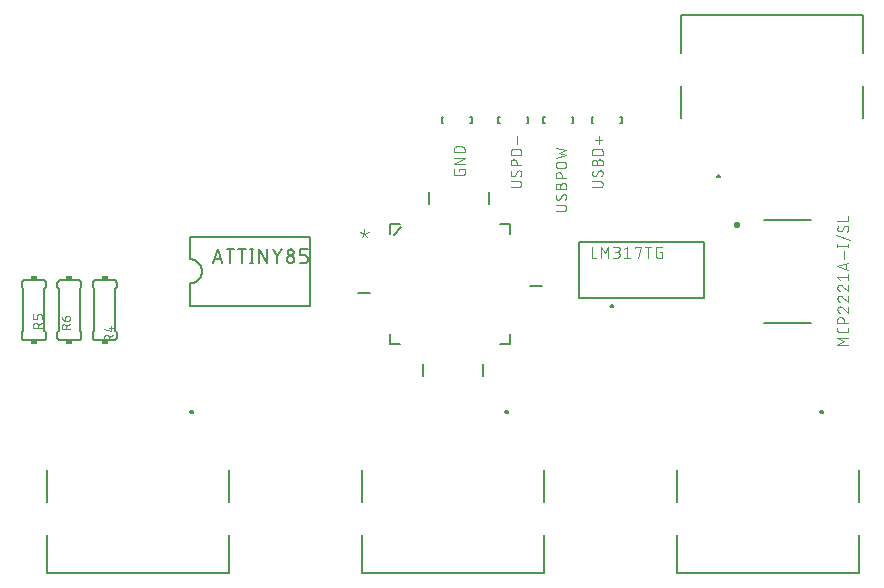
<source format=gbr>
G04 EAGLE Gerber RS-274X export*
G75*
%MOMM*%
%FSLAX34Y34*%
%LPD*%
%INSilkscreen Top*%
%IPPOS*%
%AMOC8*
5,1,8,0,0,1.08239X$1,22.5*%
G01*
%ADD10C,0.076200*%
%ADD11C,0.152400*%
%ADD12C,0.101600*%
%ADD13C,0.127000*%
%ADD14C,0.200000*%
%ADD15C,0.300000*%
%ADD16R,0.508000X0.381000*%


D10*
X499619Y210381D02*
X490221Y210381D01*
X495442Y213514D01*
X490221Y216646D01*
X499619Y216646D01*
X499619Y223024D02*
X499619Y225113D01*
X499619Y223024D02*
X499617Y222935D01*
X499611Y222847D01*
X499602Y222759D01*
X499589Y222671D01*
X499572Y222584D01*
X499552Y222498D01*
X499527Y222413D01*
X499500Y222328D01*
X499468Y222245D01*
X499434Y222164D01*
X499395Y222084D01*
X499354Y222006D01*
X499309Y221929D01*
X499261Y221855D01*
X499210Y221782D01*
X499156Y221712D01*
X499098Y221645D01*
X499038Y221579D01*
X498976Y221517D01*
X498910Y221457D01*
X498843Y221399D01*
X498773Y221345D01*
X498700Y221294D01*
X498626Y221246D01*
X498549Y221201D01*
X498471Y221160D01*
X498391Y221121D01*
X498310Y221087D01*
X498227Y221055D01*
X498142Y221028D01*
X498057Y221003D01*
X497971Y220983D01*
X497884Y220966D01*
X497796Y220953D01*
X497708Y220944D01*
X497620Y220938D01*
X497531Y220936D01*
X492309Y220936D01*
X492309Y220935D02*
X492218Y220937D01*
X492127Y220943D01*
X492036Y220953D01*
X491946Y220967D01*
X491857Y220985D01*
X491768Y221006D01*
X491681Y221032D01*
X491595Y221061D01*
X491510Y221094D01*
X491426Y221131D01*
X491344Y221171D01*
X491265Y221215D01*
X491187Y221262D01*
X491111Y221313D01*
X491037Y221367D01*
X490966Y221424D01*
X490898Y221484D01*
X490832Y221547D01*
X490769Y221613D01*
X490709Y221681D01*
X490652Y221752D01*
X490598Y221826D01*
X490547Y221902D01*
X490500Y221979D01*
X490456Y222059D01*
X490416Y222141D01*
X490379Y222225D01*
X490346Y222309D01*
X490317Y222396D01*
X490291Y222483D01*
X490270Y222572D01*
X490252Y222661D01*
X490238Y222751D01*
X490228Y222842D01*
X490222Y222933D01*
X490220Y223024D01*
X490221Y223024D02*
X490221Y225113D01*
X490221Y229017D02*
X499619Y229017D01*
X490221Y229017D02*
X490221Y231628D01*
X490223Y231729D01*
X490229Y231830D01*
X490239Y231931D01*
X490252Y232031D01*
X490270Y232131D01*
X490291Y232230D01*
X490317Y232328D01*
X490346Y232425D01*
X490378Y232521D01*
X490415Y232615D01*
X490455Y232708D01*
X490499Y232800D01*
X490546Y232889D01*
X490597Y232977D01*
X490651Y233063D01*
X490708Y233146D01*
X490768Y233228D01*
X490832Y233306D01*
X490898Y233383D01*
X490968Y233456D01*
X491040Y233527D01*
X491115Y233595D01*
X491193Y233660D01*
X491273Y233722D01*
X491355Y233781D01*
X491440Y233837D01*
X491527Y233889D01*
X491615Y233938D01*
X491706Y233984D01*
X491798Y234025D01*
X491892Y234064D01*
X491987Y234098D01*
X492083Y234129D01*
X492181Y234156D01*
X492279Y234180D01*
X492379Y234199D01*
X492479Y234215D01*
X492579Y234227D01*
X492680Y234235D01*
X492781Y234239D01*
X492883Y234239D01*
X492984Y234235D01*
X493085Y234227D01*
X493185Y234215D01*
X493285Y234199D01*
X493385Y234180D01*
X493483Y234156D01*
X493581Y234129D01*
X493677Y234098D01*
X493772Y234064D01*
X493866Y234025D01*
X493958Y233984D01*
X494049Y233938D01*
X494138Y233889D01*
X494224Y233837D01*
X494309Y233781D01*
X494391Y233722D01*
X494471Y233660D01*
X494549Y233595D01*
X494624Y233527D01*
X494696Y233456D01*
X494766Y233383D01*
X494832Y233306D01*
X494896Y233228D01*
X494956Y233146D01*
X495013Y233063D01*
X495067Y232977D01*
X495118Y232889D01*
X495165Y232800D01*
X495209Y232708D01*
X495249Y232615D01*
X495286Y232521D01*
X495318Y232425D01*
X495347Y232328D01*
X495373Y232230D01*
X495394Y232131D01*
X495412Y232031D01*
X495425Y231931D01*
X495435Y231830D01*
X495441Y231729D01*
X495443Y231628D01*
X495442Y231628D02*
X495442Y229017D01*
X490221Y240597D02*
X490223Y240692D01*
X490229Y240786D01*
X490238Y240880D01*
X490251Y240974D01*
X490268Y241067D01*
X490289Y241159D01*
X490314Y241251D01*
X490342Y241341D01*
X490374Y241430D01*
X490409Y241518D01*
X490448Y241604D01*
X490490Y241689D01*
X490536Y241772D01*
X490585Y241853D01*
X490637Y241932D01*
X490692Y242009D01*
X490751Y242083D01*
X490812Y242155D01*
X490876Y242225D01*
X490943Y242292D01*
X491013Y242356D01*
X491085Y242417D01*
X491159Y242476D01*
X491236Y242531D01*
X491315Y242583D01*
X491396Y242632D01*
X491479Y242678D01*
X491564Y242720D01*
X491650Y242759D01*
X491738Y242794D01*
X491827Y242826D01*
X491917Y242854D01*
X492009Y242879D01*
X492101Y242900D01*
X492194Y242917D01*
X492288Y242930D01*
X492382Y242939D01*
X492476Y242945D01*
X492571Y242947D01*
X490221Y240597D02*
X490223Y240489D01*
X490229Y240380D01*
X490239Y240272D01*
X490252Y240165D01*
X490270Y240058D01*
X490291Y239951D01*
X490316Y239846D01*
X490345Y239741D01*
X490377Y239638D01*
X490414Y239536D01*
X490454Y239435D01*
X490497Y239336D01*
X490544Y239238D01*
X490595Y239142D01*
X490649Y239048D01*
X490706Y238956D01*
X490767Y238866D01*
X490831Y238778D01*
X490897Y238693D01*
X490967Y238610D01*
X491040Y238530D01*
X491116Y238452D01*
X491194Y238377D01*
X491275Y238305D01*
X491359Y238236D01*
X491445Y238170D01*
X491533Y238107D01*
X491624Y238048D01*
X491716Y237991D01*
X491811Y237938D01*
X491908Y237889D01*
X492006Y237843D01*
X492105Y237800D01*
X492207Y237761D01*
X492309Y237726D01*
X494399Y242164D02*
X494330Y242233D01*
X494259Y242299D01*
X494186Y242363D01*
X494110Y242424D01*
X494031Y242482D01*
X493951Y242536D01*
X493868Y242588D01*
X493784Y242636D01*
X493698Y242682D01*
X493610Y242723D01*
X493520Y242762D01*
X493429Y242797D01*
X493337Y242828D01*
X493244Y242856D01*
X493150Y242880D01*
X493055Y242900D01*
X492959Y242917D01*
X492862Y242930D01*
X492765Y242939D01*
X492668Y242945D01*
X492571Y242947D01*
X494398Y242163D02*
X499619Y237725D01*
X499619Y242946D01*
X492571Y252091D02*
X492476Y252089D01*
X492382Y252083D01*
X492288Y252074D01*
X492194Y252061D01*
X492101Y252044D01*
X492009Y252023D01*
X491917Y251998D01*
X491827Y251970D01*
X491738Y251938D01*
X491650Y251903D01*
X491564Y251864D01*
X491479Y251822D01*
X491396Y251776D01*
X491315Y251727D01*
X491236Y251675D01*
X491159Y251620D01*
X491085Y251561D01*
X491013Y251500D01*
X490943Y251436D01*
X490876Y251369D01*
X490812Y251299D01*
X490751Y251227D01*
X490692Y251153D01*
X490637Y251076D01*
X490585Y250997D01*
X490536Y250916D01*
X490490Y250833D01*
X490448Y250748D01*
X490409Y250662D01*
X490374Y250574D01*
X490342Y250485D01*
X490314Y250395D01*
X490289Y250303D01*
X490268Y250211D01*
X490251Y250118D01*
X490238Y250024D01*
X490229Y249930D01*
X490223Y249836D01*
X490221Y249741D01*
X490223Y249633D01*
X490229Y249524D01*
X490239Y249416D01*
X490252Y249309D01*
X490270Y249202D01*
X490291Y249095D01*
X490316Y248990D01*
X490345Y248885D01*
X490377Y248782D01*
X490414Y248680D01*
X490454Y248579D01*
X490497Y248480D01*
X490544Y248382D01*
X490595Y248286D01*
X490649Y248192D01*
X490706Y248100D01*
X490767Y248010D01*
X490831Y247922D01*
X490897Y247837D01*
X490967Y247754D01*
X491040Y247674D01*
X491116Y247596D01*
X491194Y247521D01*
X491275Y247449D01*
X491359Y247380D01*
X491445Y247314D01*
X491533Y247251D01*
X491624Y247192D01*
X491716Y247135D01*
X491811Y247082D01*
X491908Y247033D01*
X492006Y246987D01*
X492105Y246944D01*
X492207Y246905D01*
X492309Y246870D01*
X494399Y251308D02*
X494330Y251377D01*
X494259Y251443D01*
X494186Y251507D01*
X494110Y251568D01*
X494031Y251626D01*
X493951Y251680D01*
X493868Y251732D01*
X493784Y251780D01*
X493698Y251826D01*
X493610Y251867D01*
X493520Y251906D01*
X493429Y251941D01*
X493337Y251972D01*
X493244Y252000D01*
X493150Y252024D01*
X493055Y252044D01*
X492959Y252061D01*
X492862Y252074D01*
X492765Y252083D01*
X492668Y252089D01*
X492571Y252091D01*
X494398Y251307D02*
X499619Y246869D01*
X499619Y252090D01*
X492571Y261235D02*
X492476Y261233D01*
X492382Y261227D01*
X492288Y261218D01*
X492194Y261205D01*
X492101Y261188D01*
X492009Y261167D01*
X491917Y261142D01*
X491827Y261114D01*
X491738Y261082D01*
X491650Y261047D01*
X491564Y261008D01*
X491479Y260966D01*
X491396Y260920D01*
X491315Y260871D01*
X491236Y260819D01*
X491159Y260764D01*
X491085Y260705D01*
X491013Y260644D01*
X490943Y260580D01*
X490876Y260513D01*
X490812Y260443D01*
X490751Y260371D01*
X490692Y260297D01*
X490637Y260220D01*
X490585Y260141D01*
X490536Y260060D01*
X490490Y259977D01*
X490448Y259892D01*
X490409Y259806D01*
X490374Y259718D01*
X490342Y259629D01*
X490314Y259539D01*
X490289Y259447D01*
X490268Y259355D01*
X490251Y259262D01*
X490238Y259168D01*
X490229Y259074D01*
X490223Y258980D01*
X490221Y258885D01*
X490223Y258777D01*
X490229Y258668D01*
X490239Y258560D01*
X490252Y258453D01*
X490270Y258346D01*
X490291Y258239D01*
X490316Y258134D01*
X490345Y258029D01*
X490377Y257926D01*
X490414Y257824D01*
X490454Y257723D01*
X490497Y257624D01*
X490544Y257526D01*
X490595Y257430D01*
X490649Y257336D01*
X490706Y257244D01*
X490767Y257154D01*
X490831Y257066D01*
X490897Y256981D01*
X490967Y256898D01*
X491040Y256818D01*
X491116Y256740D01*
X491194Y256665D01*
X491275Y256593D01*
X491359Y256524D01*
X491445Y256458D01*
X491533Y256395D01*
X491624Y256336D01*
X491716Y256279D01*
X491811Y256226D01*
X491908Y256177D01*
X492006Y256131D01*
X492105Y256088D01*
X492207Y256049D01*
X492309Y256014D01*
X494399Y260452D02*
X494330Y260521D01*
X494259Y260587D01*
X494186Y260651D01*
X494110Y260712D01*
X494031Y260770D01*
X493951Y260824D01*
X493868Y260876D01*
X493784Y260924D01*
X493698Y260970D01*
X493610Y261011D01*
X493520Y261050D01*
X493429Y261085D01*
X493337Y261116D01*
X493244Y261144D01*
X493150Y261168D01*
X493055Y261188D01*
X492959Y261205D01*
X492862Y261218D01*
X492765Y261227D01*
X492668Y261233D01*
X492571Y261235D01*
X494398Y260451D02*
X499619Y256013D01*
X499619Y261234D01*
X492309Y265157D02*
X490221Y267768D01*
X499619Y267768D01*
X499619Y270378D02*
X499619Y265157D01*
X499619Y273779D02*
X490221Y276912D01*
X499619Y280044D01*
X497270Y279261D02*
X497270Y274562D01*
X495964Y283533D02*
X495964Y289798D01*
X499619Y294590D02*
X490221Y294590D01*
X499619Y293546D02*
X499619Y295634D01*
X490221Y295634D02*
X490221Y293546D01*
X489177Y303079D02*
X500663Y298902D01*
X499619Y309438D02*
X499617Y309527D01*
X499611Y309615D01*
X499602Y309703D01*
X499589Y309791D01*
X499572Y309878D01*
X499552Y309964D01*
X499527Y310049D01*
X499500Y310134D01*
X499468Y310217D01*
X499434Y310298D01*
X499395Y310378D01*
X499354Y310456D01*
X499309Y310533D01*
X499261Y310607D01*
X499210Y310680D01*
X499156Y310750D01*
X499098Y310817D01*
X499038Y310883D01*
X498976Y310945D01*
X498910Y311005D01*
X498843Y311063D01*
X498773Y311117D01*
X498700Y311168D01*
X498626Y311216D01*
X498549Y311261D01*
X498471Y311302D01*
X498391Y311341D01*
X498310Y311375D01*
X498227Y311407D01*
X498142Y311434D01*
X498057Y311459D01*
X497971Y311479D01*
X497884Y311496D01*
X497796Y311509D01*
X497708Y311518D01*
X497620Y311524D01*
X497531Y311526D01*
X499619Y309438D02*
X499617Y309309D01*
X499611Y309180D01*
X499602Y309051D01*
X499589Y308923D01*
X499572Y308795D01*
X499551Y308668D01*
X499527Y308541D01*
X499499Y308415D01*
X499467Y308290D01*
X499432Y308166D01*
X499393Y308043D01*
X499350Y307921D01*
X499304Y307801D01*
X499254Y307682D01*
X499201Y307564D01*
X499145Y307448D01*
X499085Y307334D01*
X499022Y307221D01*
X498955Y307111D01*
X498886Y307002D01*
X498813Y306896D01*
X498737Y306791D01*
X498658Y306689D01*
X498576Y306590D01*
X498492Y306492D01*
X498404Y306397D01*
X498314Y306305D01*
X492309Y306567D02*
X492220Y306569D01*
X492132Y306575D01*
X492044Y306584D01*
X491956Y306597D01*
X491869Y306614D01*
X491783Y306634D01*
X491698Y306659D01*
X491613Y306686D01*
X491530Y306718D01*
X491449Y306752D01*
X491369Y306791D01*
X491291Y306832D01*
X491214Y306877D01*
X491140Y306925D01*
X491067Y306976D01*
X490997Y307030D01*
X490930Y307088D01*
X490864Y307148D01*
X490802Y307210D01*
X490742Y307276D01*
X490684Y307343D01*
X490630Y307413D01*
X490579Y307486D01*
X490531Y307560D01*
X490486Y307637D01*
X490445Y307715D01*
X490406Y307795D01*
X490372Y307876D01*
X490340Y307959D01*
X490313Y308044D01*
X490288Y308129D01*
X490268Y308215D01*
X490251Y308302D01*
X490238Y308390D01*
X490229Y308478D01*
X490223Y308566D01*
X490221Y308655D01*
X490223Y308775D01*
X490228Y308895D01*
X490238Y309014D01*
X490250Y309134D01*
X490267Y309253D01*
X490287Y309371D01*
X490311Y309489D01*
X490338Y309605D01*
X490369Y309721D01*
X490403Y309836D01*
X490441Y309950D01*
X490483Y310063D01*
X490528Y310174D01*
X490576Y310284D01*
X490627Y310392D01*
X490682Y310499D01*
X490740Y310604D01*
X490802Y310707D01*
X490866Y310808D01*
X490934Y310908D01*
X491004Y311005D01*
X494136Y307610D02*
X494088Y307532D01*
X494036Y307456D01*
X493982Y307383D01*
X493924Y307312D01*
X493863Y307243D01*
X493799Y307177D01*
X493732Y307114D01*
X493663Y307054D01*
X493591Y306997D01*
X493517Y306943D01*
X493440Y306893D01*
X493361Y306845D01*
X493281Y306802D01*
X493198Y306761D01*
X493114Y306725D01*
X493029Y306692D01*
X492942Y306663D01*
X492853Y306637D01*
X492764Y306615D01*
X492674Y306598D01*
X492584Y306584D01*
X492492Y306574D01*
X492401Y306568D01*
X492309Y306566D01*
X495704Y310482D02*
X495752Y310560D01*
X495804Y310636D01*
X495858Y310709D01*
X495916Y310780D01*
X495977Y310849D01*
X496041Y310915D01*
X496108Y310978D01*
X496177Y311038D01*
X496249Y311095D01*
X496323Y311149D01*
X496400Y311199D01*
X496479Y311247D01*
X496559Y311290D01*
X496642Y311331D01*
X496726Y311367D01*
X496811Y311400D01*
X496898Y311429D01*
X496987Y311455D01*
X497076Y311477D01*
X497166Y311494D01*
X497256Y311508D01*
X497348Y311518D01*
X497439Y311524D01*
X497531Y311526D01*
X495703Y310482D02*
X494137Y307610D01*
X490221Y315467D02*
X499619Y315467D01*
X499619Y319643D01*
D11*
X155100Y398160D02*
X155100Y403240D01*
X180500Y403240D02*
X180500Y398160D01*
X180500Y403240D02*
X179230Y403240D01*
X179230Y398160D02*
X180500Y398160D01*
X156370Y398160D02*
X155100Y398160D01*
X155100Y403240D02*
X156370Y403240D01*
D12*
X169512Y358988D02*
X169512Y357464D01*
X169512Y358988D02*
X174592Y358988D01*
X174592Y355940D01*
X174590Y355851D01*
X174584Y355763D01*
X174575Y355675D01*
X174561Y355587D01*
X174544Y355500D01*
X174523Y355414D01*
X174498Y355329D01*
X174469Y355245D01*
X174437Y355162D01*
X174402Y355081D01*
X174362Y355002D01*
X174320Y354924D01*
X174274Y354848D01*
X174225Y354774D01*
X174172Y354703D01*
X174117Y354634D01*
X174058Y354567D01*
X173997Y354503D01*
X173933Y354442D01*
X173866Y354383D01*
X173797Y354328D01*
X173726Y354275D01*
X173652Y354226D01*
X173576Y354180D01*
X173498Y354138D01*
X173419Y354098D01*
X173338Y354063D01*
X173255Y354031D01*
X173171Y354002D01*
X173086Y353977D01*
X173000Y353956D01*
X172913Y353939D01*
X172825Y353925D01*
X172737Y353916D01*
X172649Y353910D01*
X172560Y353908D01*
X167480Y353908D01*
X167391Y353910D01*
X167303Y353916D01*
X167215Y353925D01*
X167127Y353939D01*
X167040Y353956D01*
X166954Y353977D01*
X166869Y354002D01*
X166785Y354031D01*
X166702Y354063D01*
X166621Y354098D01*
X166542Y354138D01*
X166464Y354180D01*
X166388Y354226D01*
X166314Y354275D01*
X166243Y354328D01*
X166174Y354383D01*
X166107Y354442D01*
X166043Y354503D01*
X165982Y354567D01*
X165923Y354634D01*
X165868Y354703D01*
X165815Y354774D01*
X165766Y354848D01*
X165720Y354924D01*
X165678Y355002D01*
X165638Y355081D01*
X165603Y355162D01*
X165571Y355245D01*
X165542Y355329D01*
X165517Y355414D01*
X165496Y355500D01*
X165479Y355587D01*
X165465Y355675D01*
X165456Y355763D01*
X165450Y355851D01*
X165448Y355940D01*
X165448Y358988D01*
X165448Y363662D02*
X174592Y363662D01*
X174592Y368742D02*
X165448Y363662D01*
X165448Y368742D02*
X174592Y368742D01*
X174592Y373415D02*
X165448Y373415D01*
X165448Y375955D01*
X165450Y376055D01*
X165456Y376154D01*
X165466Y376254D01*
X165479Y376352D01*
X165497Y376451D01*
X165518Y376548D01*
X165543Y376644D01*
X165572Y376740D01*
X165605Y376834D01*
X165641Y376927D01*
X165681Y377018D01*
X165725Y377108D01*
X165772Y377196D01*
X165822Y377282D01*
X165876Y377366D01*
X165933Y377448D01*
X165993Y377527D01*
X166057Y377605D01*
X166123Y377679D01*
X166192Y377751D01*
X166264Y377820D01*
X166338Y377886D01*
X166416Y377950D01*
X166495Y378010D01*
X166577Y378067D01*
X166661Y378121D01*
X166747Y378171D01*
X166835Y378218D01*
X166925Y378262D01*
X167016Y378302D01*
X167109Y378338D01*
X167203Y378371D01*
X167299Y378400D01*
X167395Y378425D01*
X167492Y378446D01*
X167591Y378464D01*
X167689Y378477D01*
X167789Y378487D01*
X167888Y378493D01*
X167988Y378495D01*
X172052Y378495D01*
X172152Y378493D01*
X172251Y378487D01*
X172351Y378477D01*
X172449Y378464D01*
X172548Y378446D01*
X172645Y378425D01*
X172741Y378400D01*
X172837Y378371D01*
X172931Y378338D01*
X173024Y378302D01*
X173115Y378262D01*
X173205Y378218D01*
X173293Y378171D01*
X173379Y378121D01*
X173463Y378067D01*
X173545Y378010D01*
X173624Y377950D01*
X173702Y377886D01*
X173776Y377820D01*
X173848Y377751D01*
X173917Y377679D01*
X173983Y377605D01*
X174047Y377527D01*
X174107Y377448D01*
X174164Y377366D01*
X174218Y377282D01*
X174268Y377196D01*
X174315Y377108D01*
X174359Y377018D01*
X174399Y376927D01*
X174435Y376834D01*
X174468Y376740D01*
X174497Y376644D01*
X174522Y376548D01*
X174543Y376451D01*
X174561Y376352D01*
X174574Y376254D01*
X174584Y376154D01*
X174590Y376055D01*
X174592Y375955D01*
X174592Y373415D01*
D13*
X508800Y104100D02*
X508800Y77500D01*
X508800Y49500D02*
X508800Y17100D01*
X354800Y77500D02*
X354800Y104100D01*
X354800Y49500D02*
X354800Y17100D01*
X508800Y17100D01*
D14*
X475800Y153700D02*
X475802Y153763D01*
X475808Y153825D01*
X475818Y153887D01*
X475831Y153949D01*
X475849Y154009D01*
X475870Y154068D01*
X475895Y154126D01*
X475924Y154182D01*
X475956Y154236D01*
X475991Y154288D01*
X476029Y154337D01*
X476071Y154385D01*
X476115Y154429D01*
X476163Y154471D01*
X476212Y154509D01*
X476264Y154544D01*
X476318Y154576D01*
X476374Y154605D01*
X476432Y154630D01*
X476491Y154651D01*
X476551Y154669D01*
X476613Y154682D01*
X476675Y154692D01*
X476737Y154698D01*
X476800Y154700D01*
X476863Y154698D01*
X476925Y154692D01*
X476987Y154682D01*
X477049Y154669D01*
X477109Y154651D01*
X477168Y154630D01*
X477226Y154605D01*
X477282Y154576D01*
X477336Y154544D01*
X477388Y154509D01*
X477437Y154471D01*
X477485Y154429D01*
X477529Y154385D01*
X477571Y154337D01*
X477609Y154288D01*
X477644Y154236D01*
X477676Y154182D01*
X477705Y154126D01*
X477730Y154068D01*
X477751Y154009D01*
X477769Y153949D01*
X477782Y153887D01*
X477792Y153825D01*
X477798Y153763D01*
X477800Y153700D01*
X477798Y153637D01*
X477792Y153575D01*
X477782Y153513D01*
X477769Y153451D01*
X477751Y153391D01*
X477730Y153332D01*
X477705Y153274D01*
X477676Y153218D01*
X477644Y153164D01*
X477609Y153112D01*
X477571Y153063D01*
X477529Y153015D01*
X477485Y152971D01*
X477437Y152929D01*
X477388Y152891D01*
X477336Y152856D01*
X477282Y152824D01*
X477226Y152795D01*
X477168Y152770D01*
X477109Y152749D01*
X477049Y152731D01*
X476987Y152718D01*
X476925Y152708D01*
X476863Y152702D01*
X476800Y152700D01*
X476737Y152702D01*
X476675Y152708D01*
X476613Y152718D01*
X476551Y152731D01*
X476491Y152749D01*
X476432Y152770D01*
X476374Y152795D01*
X476318Y152824D01*
X476264Y152856D01*
X476212Y152891D01*
X476163Y152929D01*
X476115Y152971D01*
X476071Y153015D01*
X476029Y153063D01*
X475991Y153112D01*
X475956Y153164D01*
X475924Y153218D01*
X475895Y153274D01*
X475870Y153332D01*
X475849Y153391D01*
X475831Y153451D01*
X475818Y153513D01*
X475808Y153575D01*
X475802Y153637D01*
X475800Y153700D01*
D13*
X357500Y402800D02*
X357500Y429400D01*
X357500Y457400D02*
X357500Y489800D01*
X511500Y429400D02*
X511500Y402800D01*
X511500Y457400D02*
X511500Y489800D01*
X357500Y489800D01*
D14*
X388500Y353200D02*
X388502Y353263D01*
X388508Y353325D01*
X388518Y353387D01*
X388531Y353449D01*
X388549Y353509D01*
X388570Y353568D01*
X388595Y353626D01*
X388624Y353682D01*
X388656Y353736D01*
X388691Y353788D01*
X388729Y353837D01*
X388771Y353885D01*
X388815Y353929D01*
X388863Y353971D01*
X388912Y354009D01*
X388964Y354044D01*
X389018Y354076D01*
X389074Y354105D01*
X389132Y354130D01*
X389191Y354151D01*
X389251Y354169D01*
X389313Y354182D01*
X389375Y354192D01*
X389437Y354198D01*
X389500Y354200D01*
X389563Y354198D01*
X389625Y354192D01*
X389687Y354182D01*
X389749Y354169D01*
X389809Y354151D01*
X389868Y354130D01*
X389926Y354105D01*
X389982Y354076D01*
X390036Y354044D01*
X390088Y354009D01*
X390137Y353971D01*
X390185Y353929D01*
X390229Y353885D01*
X390271Y353837D01*
X390309Y353788D01*
X390344Y353736D01*
X390376Y353682D01*
X390405Y353626D01*
X390430Y353568D01*
X390451Y353509D01*
X390469Y353449D01*
X390482Y353387D01*
X390492Y353325D01*
X390498Y353263D01*
X390500Y353200D01*
X390498Y353137D01*
X390492Y353075D01*
X390482Y353013D01*
X390469Y352951D01*
X390451Y352891D01*
X390430Y352832D01*
X390405Y352774D01*
X390376Y352718D01*
X390344Y352664D01*
X390309Y352612D01*
X390271Y352563D01*
X390229Y352515D01*
X390185Y352471D01*
X390137Y352429D01*
X390088Y352391D01*
X390036Y352356D01*
X389982Y352324D01*
X389926Y352295D01*
X389868Y352270D01*
X389809Y352249D01*
X389749Y352231D01*
X389687Y352218D01*
X389625Y352208D01*
X389563Y352202D01*
X389500Y352200D01*
X389437Y352202D01*
X389375Y352208D01*
X389313Y352218D01*
X389251Y352231D01*
X389191Y352249D01*
X389132Y352270D01*
X389074Y352295D01*
X389018Y352324D01*
X388964Y352356D01*
X388912Y352391D01*
X388863Y352429D01*
X388815Y352471D01*
X388771Y352515D01*
X388729Y352563D01*
X388691Y352612D01*
X388656Y352664D01*
X388624Y352718D01*
X388595Y352774D01*
X388570Y352832D01*
X388549Y352891D01*
X388531Y352951D01*
X388518Y353013D01*
X388508Y353075D01*
X388502Y353137D01*
X388500Y353200D01*
D13*
X-24600Y104100D02*
X-24600Y77500D01*
X-24600Y49500D02*
X-24600Y17100D01*
X-178600Y77500D02*
X-178600Y104100D01*
X-178600Y49500D02*
X-178600Y17100D01*
X-24600Y17100D01*
D14*
X-57600Y153700D02*
X-57598Y153763D01*
X-57592Y153825D01*
X-57582Y153887D01*
X-57569Y153949D01*
X-57551Y154009D01*
X-57530Y154068D01*
X-57505Y154126D01*
X-57476Y154182D01*
X-57444Y154236D01*
X-57409Y154288D01*
X-57371Y154337D01*
X-57329Y154385D01*
X-57285Y154429D01*
X-57237Y154471D01*
X-57188Y154509D01*
X-57136Y154544D01*
X-57082Y154576D01*
X-57026Y154605D01*
X-56968Y154630D01*
X-56909Y154651D01*
X-56849Y154669D01*
X-56787Y154682D01*
X-56725Y154692D01*
X-56663Y154698D01*
X-56600Y154700D01*
X-56537Y154698D01*
X-56475Y154692D01*
X-56413Y154682D01*
X-56351Y154669D01*
X-56291Y154651D01*
X-56232Y154630D01*
X-56174Y154605D01*
X-56118Y154576D01*
X-56064Y154544D01*
X-56012Y154509D01*
X-55963Y154471D01*
X-55915Y154429D01*
X-55871Y154385D01*
X-55829Y154337D01*
X-55791Y154288D01*
X-55756Y154236D01*
X-55724Y154182D01*
X-55695Y154126D01*
X-55670Y154068D01*
X-55649Y154009D01*
X-55631Y153949D01*
X-55618Y153887D01*
X-55608Y153825D01*
X-55602Y153763D01*
X-55600Y153700D01*
X-55602Y153637D01*
X-55608Y153575D01*
X-55618Y153513D01*
X-55631Y153451D01*
X-55649Y153391D01*
X-55670Y153332D01*
X-55695Y153274D01*
X-55724Y153218D01*
X-55756Y153164D01*
X-55791Y153112D01*
X-55829Y153063D01*
X-55871Y153015D01*
X-55915Y152971D01*
X-55963Y152929D01*
X-56012Y152891D01*
X-56064Y152856D01*
X-56118Y152824D01*
X-56174Y152795D01*
X-56232Y152770D01*
X-56291Y152749D01*
X-56351Y152731D01*
X-56413Y152718D01*
X-56475Y152708D01*
X-56537Y152702D01*
X-56600Y152700D01*
X-56663Y152702D01*
X-56725Y152708D01*
X-56787Y152718D01*
X-56849Y152731D01*
X-56909Y152749D01*
X-56968Y152770D01*
X-57026Y152795D01*
X-57082Y152824D01*
X-57136Y152856D01*
X-57188Y152891D01*
X-57237Y152929D01*
X-57285Y152971D01*
X-57329Y153015D01*
X-57371Y153063D01*
X-57409Y153112D01*
X-57444Y153164D01*
X-57476Y153218D01*
X-57505Y153274D01*
X-57530Y153332D01*
X-57551Y153391D01*
X-57569Y153451D01*
X-57582Y153513D01*
X-57592Y153575D01*
X-57598Y153637D01*
X-57600Y153700D01*
D13*
X242100Y104100D02*
X242100Y77500D01*
X242100Y49500D02*
X242100Y17100D01*
X88100Y77500D02*
X88100Y104100D01*
X88100Y49500D02*
X88100Y17100D01*
X242100Y17100D01*
D14*
X209100Y153700D02*
X209102Y153763D01*
X209108Y153825D01*
X209118Y153887D01*
X209131Y153949D01*
X209149Y154009D01*
X209170Y154068D01*
X209195Y154126D01*
X209224Y154182D01*
X209256Y154236D01*
X209291Y154288D01*
X209329Y154337D01*
X209371Y154385D01*
X209415Y154429D01*
X209463Y154471D01*
X209512Y154509D01*
X209564Y154544D01*
X209618Y154576D01*
X209674Y154605D01*
X209732Y154630D01*
X209791Y154651D01*
X209851Y154669D01*
X209913Y154682D01*
X209975Y154692D01*
X210037Y154698D01*
X210100Y154700D01*
X210163Y154698D01*
X210225Y154692D01*
X210287Y154682D01*
X210349Y154669D01*
X210409Y154651D01*
X210468Y154630D01*
X210526Y154605D01*
X210582Y154576D01*
X210636Y154544D01*
X210688Y154509D01*
X210737Y154471D01*
X210785Y154429D01*
X210829Y154385D01*
X210871Y154337D01*
X210909Y154288D01*
X210944Y154236D01*
X210976Y154182D01*
X211005Y154126D01*
X211030Y154068D01*
X211051Y154009D01*
X211069Y153949D01*
X211082Y153887D01*
X211092Y153825D01*
X211098Y153763D01*
X211100Y153700D01*
X211098Y153637D01*
X211092Y153575D01*
X211082Y153513D01*
X211069Y153451D01*
X211051Y153391D01*
X211030Y153332D01*
X211005Y153274D01*
X210976Y153218D01*
X210944Y153164D01*
X210909Y153112D01*
X210871Y153063D01*
X210829Y153015D01*
X210785Y152971D01*
X210737Y152929D01*
X210688Y152891D01*
X210636Y152856D01*
X210582Y152824D01*
X210526Y152795D01*
X210468Y152770D01*
X210409Y152749D01*
X210349Y152731D01*
X210287Y152718D01*
X210225Y152708D01*
X210163Y152702D01*
X210100Y152700D01*
X210037Y152702D01*
X209975Y152708D01*
X209913Y152718D01*
X209851Y152731D01*
X209791Y152749D01*
X209732Y152770D01*
X209674Y152795D01*
X209618Y152824D01*
X209564Y152856D01*
X209512Y152891D01*
X209463Y152929D01*
X209415Y152971D01*
X209371Y153015D01*
X209329Y153063D01*
X209291Y153112D01*
X209256Y153164D01*
X209224Y153218D01*
X209195Y153274D01*
X209170Y153332D01*
X209149Y153391D01*
X209131Y153451D01*
X209118Y153513D01*
X209108Y153575D01*
X209102Y153637D01*
X209100Y153700D01*
D11*
X94582Y254734D02*
X84422Y254734D01*
X144874Y329918D02*
X144874Y340078D01*
X194912Y340078D02*
X194912Y329918D01*
X230218Y260068D02*
X240378Y260068D01*
X189832Y194536D02*
X189832Y184376D01*
X139794Y184122D02*
X139794Y194282D01*
X120236Y313154D02*
X111346Y313154D01*
X114648Y303502D02*
X120998Y309852D01*
X120236Y211046D02*
X111346Y211046D01*
X213454Y211046D02*
X213454Y219936D01*
X213454Y313154D02*
X204564Y313154D01*
X111346Y313154D02*
X111346Y304264D01*
X111346Y219936D02*
X111346Y211046D01*
X204564Y211046D02*
X213454Y211046D01*
X213454Y304264D02*
X213454Y313154D01*
D10*
X89721Y308441D02*
X89721Y304462D01*
X92042Y301477D01*
X89721Y304462D02*
X87399Y301477D01*
X89721Y304462D02*
X93368Y305788D01*
X89721Y304462D02*
X86073Y305788D01*
D11*
X43700Y302110D02*
X-57900Y302110D01*
X-57900Y243690D02*
X43700Y243690D01*
X43700Y302110D01*
X-57900Y302110D02*
X-57900Y283060D01*
X-57900Y262740D02*
X-57900Y243690D01*
X-57900Y262740D02*
X-57653Y262743D01*
X-57405Y262752D01*
X-57158Y262767D01*
X-56912Y262788D01*
X-56666Y262815D01*
X-56421Y262848D01*
X-56176Y262887D01*
X-55933Y262932D01*
X-55691Y262983D01*
X-55450Y263040D01*
X-55211Y263102D01*
X-54973Y263171D01*
X-54737Y263245D01*
X-54503Y263325D01*
X-54271Y263410D01*
X-54041Y263502D01*
X-53813Y263598D01*
X-53588Y263701D01*
X-53365Y263808D01*
X-53145Y263922D01*
X-52928Y264040D01*
X-52713Y264164D01*
X-52502Y264293D01*
X-52294Y264427D01*
X-52089Y264566D01*
X-51888Y264710D01*
X-51690Y264858D01*
X-51496Y265012D01*
X-51306Y265170D01*
X-51120Y265333D01*
X-50938Y265500D01*
X-50760Y265672D01*
X-50586Y265848D01*
X-50416Y266028D01*
X-50251Y266213D01*
X-50091Y266401D01*
X-49935Y266593D01*
X-49783Y266789D01*
X-49637Y266988D01*
X-49495Y267191D01*
X-49359Y267398D01*
X-49227Y267607D01*
X-49101Y267820D01*
X-48980Y268036D01*
X-48864Y268254D01*
X-48754Y268476D01*
X-48649Y268700D01*
X-48549Y268926D01*
X-48455Y269155D01*
X-48367Y269386D01*
X-48284Y269620D01*
X-48207Y269855D01*
X-48136Y270092D01*
X-48070Y270330D01*
X-48011Y270570D01*
X-47957Y270812D01*
X-47909Y271055D01*
X-47867Y271298D01*
X-47831Y271543D01*
X-47801Y271789D01*
X-47777Y272035D01*
X-47759Y272282D01*
X-47747Y272529D01*
X-47741Y272776D01*
X-47741Y273024D01*
X-47747Y273271D01*
X-47759Y273518D01*
X-47777Y273765D01*
X-47801Y274011D01*
X-47831Y274257D01*
X-47867Y274502D01*
X-47909Y274745D01*
X-47957Y274988D01*
X-48011Y275230D01*
X-48070Y275470D01*
X-48136Y275708D01*
X-48207Y275945D01*
X-48284Y276180D01*
X-48367Y276414D01*
X-48455Y276645D01*
X-48549Y276874D01*
X-48649Y277100D01*
X-48754Y277324D01*
X-48864Y277546D01*
X-48980Y277764D01*
X-49101Y277980D01*
X-49227Y278193D01*
X-49359Y278402D01*
X-49495Y278609D01*
X-49637Y278812D01*
X-49783Y279011D01*
X-49935Y279207D01*
X-50091Y279399D01*
X-50251Y279587D01*
X-50416Y279772D01*
X-50586Y279952D01*
X-50760Y280128D01*
X-50938Y280300D01*
X-51120Y280467D01*
X-51306Y280630D01*
X-51496Y280788D01*
X-51690Y280942D01*
X-51888Y281090D01*
X-52089Y281234D01*
X-52294Y281373D01*
X-52502Y281507D01*
X-52713Y281636D01*
X-52928Y281760D01*
X-53145Y281878D01*
X-53365Y281992D01*
X-53588Y282099D01*
X-53813Y282202D01*
X-54041Y282298D01*
X-54271Y282390D01*
X-54503Y282475D01*
X-54737Y282555D01*
X-54973Y282629D01*
X-55211Y282698D01*
X-55450Y282760D01*
X-55691Y282817D01*
X-55933Y282868D01*
X-56176Y282913D01*
X-56421Y282952D01*
X-56666Y282985D01*
X-56912Y283012D01*
X-57158Y283033D01*
X-57405Y283048D01*
X-57653Y283057D01*
X-57900Y283060D01*
D13*
X-38215Y279885D02*
X-34405Y291315D01*
X-30595Y279885D01*
X-31548Y282743D02*
X-37263Y282743D01*
X-23737Y279885D02*
X-23737Y291315D01*
X-26912Y291315D02*
X-20562Y291315D01*
X-13831Y291315D02*
X-13831Y279885D01*
X-17006Y291315D02*
X-10656Y291315D01*
X-5449Y291315D02*
X-5449Y279885D01*
X-6719Y279885D02*
X-4179Y279885D01*
X-4179Y291315D02*
X-6719Y291315D01*
X901Y291315D02*
X901Y279885D01*
X7251Y279885D02*
X901Y291315D01*
X7251Y291315D02*
X7251Y279885D01*
X15887Y285918D02*
X12077Y291315D01*
X15887Y285918D02*
X19697Y291315D01*
X15887Y285918D02*
X15887Y279885D01*
X24142Y283060D02*
X24144Y283171D01*
X24150Y283281D01*
X24159Y283392D01*
X24173Y283502D01*
X24190Y283611D01*
X24211Y283720D01*
X24236Y283828D01*
X24265Y283935D01*
X24297Y284041D01*
X24333Y284146D01*
X24373Y284249D01*
X24416Y284351D01*
X24463Y284452D01*
X24514Y284551D01*
X24567Y284648D01*
X24624Y284742D01*
X24685Y284835D01*
X24748Y284926D01*
X24815Y285015D01*
X24885Y285101D01*
X24958Y285184D01*
X25033Y285266D01*
X25111Y285344D01*
X25193Y285419D01*
X25276Y285492D01*
X25362Y285562D01*
X25451Y285629D01*
X25542Y285692D01*
X25635Y285753D01*
X25729Y285810D01*
X25826Y285863D01*
X25925Y285914D01*
X26026Y285961D01*
X26128Y286004D01*
X26231Y286044D01*
X26336Y286080D01*
X26442Y286112D01*
X26549Y286141D01*
X26657Y286166D01*
X26766Y286187D01*
X26875Y286204D01*
X26985Y286218D01*
X27096Y286227D01*
X27206Y286233D01*
X27317Y286235D01*
X27428Y286233D01*
X27538Y286227D01*
X27649Y286218D01*
X27759Y286204D01*
X27868Y286187D01*
X27977Y286166D01*
X28085Y286141D01*
X28192Y286112D01*
X28298Y286080D01*
X28403Y286044D01*
X28506Y286004D01*
X28608Y285961D01*
X28709Y285914D01*
X28808Y285863D01*
X28905Y285810D01*
X28999Y285753D01*
X29092Y285692D01*
X29183Y285629D01*
X29272Y285562D01*
X29358Y285492D01*
X29441Y285419D01*
X29523Y285344D01*
X29601Y285266D01*
X29676Y285184D01*
X29749Y285101D01*
X29819Y285015D01*
X29886Y284926D01*
X29949Y284835D01*
X30010Y284742D01*
X30067Y284648D01*
X30120Y284551D01*
X30171Y284452D01*
X30218Y284351D01*
X30261Y284249D01*
X30301Y284146D01*
X30337Y284041D01*
X30369Y283935D01*
X30398Y283828D01*
X30423Y283720D01*
X30444Y283611D01*
X30461Y283502D01*
X30475Y283392D01*
X30484Y283281D01*
X30490Y283171D01*
X30492Y283060D01*
X30490Y282949D01*
X30484Y282839D01*
X30475Y282728D01*
X30461Y282618D01*
X30444Y282509D01*
X30423Y282400D01*
X30398Y282292D01*
X30369Y282185D01*
X30337Y282079D01*
X30301Y281974D01*
X30261Y281871D01*
X30218Y281769D01*
X30171Y281668D01*
X30120Y281569D01*
X30067Y281472D01*
X30010Y281378D01*
X29949Y281285D01*
X29886Y281194D01*
X29819Y281105D01*
X29749Y281019D01*
X29676Y280936D01*
X29601Y280854D01*
X29523Y280776D01*
X29441Y280701D01*
X29358Y280628D01*
X29272Y280558D01*
X29183Y280491D01*
X29092Y280428D01*
X28999Y280367D01*
X28904Y280310D01*
X28808Y280257D01*
X28709Y280206D01*
X28608Y280159D01*
X28506Y280116D01*
X28403Y280076D01*
X28298Y280040D01*
X28192Y280008D01*
X28085Y279979D01*
X27977Y279954D01*
X27868Y279933D01*
X27759Y279916D01*
X27649Y279902D01*
X27538Y279893D01*
X27428Y279887D01*
X27317Y279885D01*
X27206Y279887D01*
X27096Y279893D01*
X26985Y279902D01*
X26875Y279916D01*
X26766Y279933D01*
X26657Y279954D01*
X26549Y279979D01*
X26442Y280008D01*
X26336Y280040D01*
X26231Y280076D01*
X26128Y280116D01*
X26026Y280159D01*
X25925Y280206D01*
X25826Y280257D01*
X25729Y280310D01*
X25635Y280367D01*
X25542Y280428D01*
X25451Y280491D01*
X25362Y280558D01*
X25276Y280628D01*
X25193Y280701D01*
X25111Y280776D01*
X25033Y280854D01*
X24958Y280936D01*
X24885Y281019D01*
X24815Y281105D01*
X24748Y281194D01*
X24685Y281285D01*
X24624Y281378D01*
X24567Y281473D01*
X24514Y281569D01*
X24463Y281668D01*
X24416Y281769D01*
X24373Y281871D01*
X24333Y281974D01*
X24297Y282079D01*
X24265Y282185D01*
X24236Y282292D01*
X24211Y282400D01*
X24190Y282509D01*
X24173Y282618D01*
X24159Y282728D01*
X24150Y282839D01*
X24144Y282949D01*
X24142Y283060D01*
X24777Y288775D02*
X24779Y288875D01*
X24785Y288974D01*
X24795Y289074D01*
X24808Y289172D01*
X24826Y289271D01*
X24847Y289368D01*
X24872Y289464D01*
X24901Y289560D01*
X24934Y289654D01*
X24970Y289747D01*
X25010Y289838D01*
X25054Y289928D01*
X25101Y290016D01*
X25151Y290102D01*
X25205Y290186D01*
X25262Y290268D01*
X25322Y290347D01*
X25386Y290425D01*
X25452Y290499D01*
X25521Y290571D01*
X25593Y290640D01*
X25667Y290706D01*
X25745Y290770D01*
X25824Y290830D01*
X25906Y290887D01*
X25990Y290941D01*
X26076Y290991D01*
X26164Y291038D01*
X26254Y291082D01*
X26345Y291122D01*
X26438Y291158D01*
X26532Y291191D01*
X26628Y291220D01*
X26724Y291245D01*
X26821Y291266D01*
X26920Y291284D01*
X27018Y291297D01*
X27118Y291307D01*
X27217Y291313D01*
X27317Y291315D01*
X27417Y291313D01*
X27516Y291307D01*
X27616Y291297D01*
X27714Y291284D01*
X27813Y291266D01*
X27910Y291245D01*
X28006Y291220D01*
X28102Y291191D01*
X28196Y291158D01*
X28289Y291122D01*
X28380Y291082D01*
X28470Y291038D01*
X28558Y290991D01*
X28644Y290941D01*
X28728Y290887D01*
X28810Y290830D01*
X28889Y290770D01*
X28967Y290706D01*
X29041Y290640D01*
X29113Y290571D01*
X29182Y290499D01*
X29248Y290425D01*
X29312Y290347D01*
X29372Y290268D01*
X29429Y290186D01*
X29483Y290102D01*
X29533Y290016D01*
X29580Y289928D01*
X29624Y289838D01*
X29664Y289747D01*
X29700Y289654D01*
X29733Y289560D01*
X29762Y289464D01*
X29787Y289368D01*
X29808Y289271D01*
X29826Y289172D01*
X29839Y289074D01*
X29849Y288974D01*
X29855Y288875D01*
X29857Y288775D01*
X29855Y288675D01*
X29849Y288576D01*
X29839Y288476D01*
X29826Y288378D01*
X29808Y288279D01*
X29787Y288182D01*
X29762Y288086D01*
X29733Y287990D01*
X29700Y287896D01*
X29664Y287803D01*
X29624Y287712D01*
X29580Y287622D01*
X29533Y287534D01*
X29483Y287448D01*
X29429Y287364D01*
X29372Y287282D01*
X29312Y287203D01*
X29248Y287125D01*
X29182Y287051D01*
X29113Y286979D01*
X29041Y286910D01*
X28967Y286844D01*
X28889Y286780D01*
X28810Y286720D01*
X28728Y286663D01*
X28644Y286609D01*
X28558Y286559D01*
X28470Y286512D01*
X28380Y286468D01*
X28289Y286428D01*
X28196Y286392D01*
X28102Y286359D01*
X28006Y286330D01*
X27910Y286305D01*
X27813Y286284D01*
X27714Y286266D01*
X27616Y286253D01*
X27516Y286243D01*
X27417Y286237D01*
X27317Y286235D01*
X27217Y286237D01*
X27118Y286243D01*
X27018Y286253D01*
X26920Y286266D01*
X26821Y286284D01*
X26724Y286305D01*
X26628Y286330D01*
X26532Y286359D01*
X26438Y286392D01*
X26345Y286428D01*
X26254Y286468D01*
X26164Y286512D01*
X26076Y286559D01*
X25990Y286609D01*
X25906Y286663D01*
X25824Y286720D01*
X25745Y286780D01*
X25667Y286844D01*
X25593Y286910D01*
X25521Y286979D01*
X25452Y287051D01*
X25386Y287125D01*
X25322Y287203D01*
X25262Y287282D01*
X25205Y287364D01*
X25151Y287448D01*
X25101Y287534D01*
X25054Y287622D01*
X25010Y287712D01*
X24970Y287803D01*
X24934Y287896D01*
X24901Y287990D01*
X24872Y288086D01*
X24847Y288182D01*
X24826Y288279D01*
X24808Y288378D01*
X24795Y288476D01*
X24785Y288576D01*
X24779Y288675D01*
X24777Y288775D01*
X35572Y279885D02*
X39382Y279885D01*
X39482Y279887D01*
X39581Y279893D01*
X39681Y279903D01*
X39779Y279916D01*
X39878Y279934D01*
X39975Y279955D01*
X40071Y279980D01*
X40167Y280009D01*
X40261Y280042D01*
X40354Y280078D01*
X40445Y280118D01*
X40535Y280162D01*
X40623Y280209D01*
X40709Y280259D01*
X40793Y280313D01*
X40875Y280370D01*
X40954Y280430D01*
X41032Y280494D01*
X41106Y280560D01*
X41178Y280629D01*
X41247Y280701D01*
X41313Y280775D01*
X41377Y280853D01*
X41437Y280932D01*
X41494Y281014D01*
X41548Y281098D01*
X41598Y281184D01*
X41645Y281272D01*
X41689Y281362D01*
X41729Y281453D01*
X41765Y281546D01*
X41798Y281640D01*
X41827Y281736D01*
X41852Y281832D01*
X41873Y281929D01*
X41891Y282028D01*
X41904Y282126D01*
X41914Y282226D01*
X41920Y282325D01*
X41922Y282425D01*
X41922Y283695D01*
X41920Y283795D01*
X41914Y283894D01*
X41904Y283994D01*
X41891Y284092D01*
X41873Y284191D01*
X41852Y284288D01*
X41827Y284384D01*
X41798Y284480D01*
X41765Y284574D01*
X41729Y284667D01*
X41689Y284758D01*
X41645Y284848D01*
X41598Y284936D01*
X41548Y285022D01*
X41494Y285106D01*
X41437Y285188D01*
X41377Y285267D01*
X41313Y285345D01*
X41247Y285419D01*
X41178Y285491D01*
X41106Y285560D01*
X41032Y285626D01*
X40954Y285690D01*
X40875Y285750D01*
X40793Y285807D01*
X40709Y285861D01*
X40623Y285911D01*
X40535Y285958D01*
X40445Y286002D01*
X40354Y286042D01*
X40261Y286078D01*
X40167Y286111D01*
X40071Y286140D01*
X39975Y286165D01*
X39878Y286186D01*
X39779Y286204D01*
X39681Y286217D01*
X39581Y286227D01*
X39482Y286233D01*
X39382Y286235D01*
X35572Y286235D01*
X35572Y291315D01*
X41922Y291315D01*
X428000Y316600D02*
X468000Y316600D01*
X468000Y229200D02*
X428000Y229200D01*
D15*
X404000Y311900D02*
X404002Y311963D01*
X404008Y312025D01*
X404018Y312087D01*
X404031Y312149D01*
X404049Y312209D01*
X404070Y312268D01*
X404095Y312326D01*
X404124Y312382D01*
X404156Y312436D01*
X404191Y312488D01*
X404229Y312537D01*
X404271Y312585D01*
X404315Y312629D01*
X404363Y312671D01*
X404412Y312709D01*
X404464Y312744D01*
X404518Y312776D01*
X404574Y312805D01*
X404632Y312830D01*
X404691Y312851D01*
X404751Y312869D01*
X404813Y312882D01*
X404875Y312892D01*
X404937Y312898D01*
X405000Y312900D01*
X405063Y312898D01*
X405125Y312892D01*
X405187Y312882D01*
X405249Y312869D01*
X405309Y312851D01*
X405368Y312830D01*
X405426Y312805D01*
X405482Y312776D01*
X405536Y312744D01*
X405588Y312709D01*
X405637Y312671D01*
X405685Y312629D01*
X405729Y312585D01*
X405771Y312537D01*
X405809Y312488D01*
X405844Y312436D01*
X405876Y312382D01*
X405905Y312326D01*
X405930Y312268D01*
X405951Y312209D01*
X405969Y312149D01*
X405982Y312087D01*
X405992Y312025D01*
X405998Y311963D01*
X406000Y311900D01*
X405998Y311837D01*
X405992Y311775D01*
X405982Y311713D01*
X405969Y311651D01*
X405951Y311591D01*
X405930Y311532D01*
X405905Y311474D01*
X405876Y311418D01*
X405844Y311364D01*
X405809Y311312D01*
X405771Y311263D01*
X405729Y311215D01*
X405685Y311171D01*
X405637Y311129D01*
X405588Y311091D01*
X405536Y311056D01*
X405482Y311024D01*
X405426Y310995D01*
X405368Y310970D01*
X405309Y310949D01*
X405249Y310931D01*
X405187Y310918D01*
X405125Y310908D01*
X405063Y310902D01*
X405000Y310900D01*
X404937Y310902D01*
X404875Y310908D01*
X404813Y310918D01*
X404751Y310931D01*
X404691Y310949D01*
X404632Y310970D01*
X404574Y310995D01*
X404518Y311024D01*
X404464Y311056D01*
X404412Y311091D01*
X404363Y311129D01*
X404315Y311171D01*
X404271Y311215D01*
X404229Y311263D01*
X404191Y311312D01*
X404156Y311364D01*
X404124Y311418D01*
X404095Y311474D01*
X404070Y311532D01*
X404049Y311591D01*
X404031Y311651D01*
X404018Y311713D01*
X404008Y311775D01*
X404002Y311837D01*
X404000Y311900D01*
D11*
X282100Y398160D02*
X282100Y403240D01*
X307500Y403240D02*
X307500Y398160D01*
X307500Y403240D02*
X306230Y403240D01*
X306230Y398160D02*
X307500Y398160D01*
X283370Y398160D02*
X282100Y398160D01*
X282100Y403240D02*
X283370Y403240D01*
D12*
X282448Y343908D02*
X289052Y343908D01*
X289152Y343910D01*
X289251Y343916D01*
X289351Y343926D01*
X289449Y343939D01*
X289548Y343957D01*
X289645Y343978D01*
X289741Y344003D01*
X289837Y344032D01*
X289931Y344065D01*
X290024Y344101D01*
X290115Y344141D01*
X290205Y344185D01*
X290293Y344232D01*
X290379Y344282D01*
X290463Y344336D01*
X290545Y344393D01*
X290624Y344453D01*
X290702Y344517D01*
X290776Y344583D01*
X290848Y344652D01*
X290917Y344724D01*
X290983Y344798D01*
X291047Y344876D01*
X291107Y344955D01*
X291164Y345037D01*
X291218Y345121D01*
X291268Y345207D01*
X291315Y345295D01*
X291359Y345385D01*
X291399Y345476D01*
X291435Y345569D01*
X291468Y345663D01*
X291497Y345759D01*
X291522Y345855D01*
X291543Y345952D01*
X291561Y346051D01*
X291574Y346149D01*
X291584Y346249D01*
X291590Y346348D01*
X291592Y346448D01*
X291590Y346548D01*
X291584Y346647D01*
X291574Y346747D01*
X291561Y346845D01*
X291543Y346944D01*
X291522Y347041D01*
X291497Y347137D01*
X291468Y347233D01*
X291435Y347327D01*
X291399Y347420D01*
X291359Y347511D01*
X291315Y347601D01*
X291268Y347689D01*
X291218Y347775D01*
X291164Y347859D01*
X291107Y347941D01*
X291047Y348020D01*
X290983Y348098D01*
X290917Y348172D01*
X290848Y348244D01*
X290776Y348313D01*
X290702Y348379D01*
X290624Y348443D01*
X290545Y348503D01*
X290463Y348560D01*
X290379Y348614D01*
X290293Y348664D01*
X290205Y348711D01*
X290115Y348755D01*
X290024Y348795D01*
X289931Y348831D01*
X289837Y348864D01*
X289741Y348893D01*
X289645Y348918D01*
X289548Y348939D01*
X289449Y348957D01*
X289351Y348970D01*
X289251Y348980D01*
X289152Y348986D01*
X289052Y348988D01*
X282448Y348988D01*
X291592Y356100D02*
X291590Y356189D01*
X291584Y356277D01*
X291575Y356365D01*
X291561Y356453D01*
X291544Y356540D01*
X291523Y356626D01*
X291498Y356711D01*
X291469Y356795D01*
X291437Y356878D01*
X291402Y356959D01*
X291362Y357038D01*
X291320Y357116D01*
X291274Y357192D01*
X291225Y357266D01*
X291172Y357337D01*
X291117Y357406D01*
X291058Y357473D01*
X290997Y357537D01*
X290933Y357598D01*
X290866Y357657D01*
X290797Y357712D01*
X290726Y357765D01*
X290652Y357814D01*
X290576Y357860D01*
X290498Y357902D01*
X290419Y357942D01*
X290338Y357977D01*
X290255Y358009D01*
X290171Y358038D01*
X290086Y358063D01*
X290000Y358084D01*
X289913Y358101D01*
X289825Y358115D01*
X289737Y358124D01*
X289649Y358130D01*
X289560Y358132D01*
X291592Y356100D02*
X291590Y355970D01*
X291584Y355839D01*
X291574Y355709D01*
X291560Y355580D01*
X291543Y355451D01*
X291521Y355322D01*
X291495Y355194D01*
X291466Y355067D01*
X291433Y354941D01*
X291396Y354816D01*
X291355Y354692D01*
X291310Y354570D01*
X291262Y354449D01*
X291210Y354329D01*
X291154Y354211D01*
X291095Y354095D01*
X291032Y353981D01*
X290966Y353868D01*
X290897Y353758D01*
X290824Y353650D01*
X290748Y353544D01*
X290669Y353440D01*
X290587Y353339D01*
X290501Y353241D01*
X290413Y353145D01*
X290322Y353052D01*
X284480Y353306D02*
X284391Y353308D01*
X284303Y353314D01*
X284215Y353323D01*
X284127Y353337D01*
X284040Y353354D01*
X283954Y353375D01*
X283869Y353400D01*
X283785Y353429D01*
X283702Y353461D01*
X283621Y353496D01*
X283542Y353536D01*
X283464Y353578D01*
X283388Y353624D01*
X283314Y353673D01*
X283243Y353726D01*
X283174Y353781D01*
X283107Y353840D01*
X283043Y353901D01*
X282982Y353965D01*
X282923Y354032D01*
X282868Y354101D01*
X282815Y354172D01*
X282766Y354246D01*
X282720Y354322D01*
X282678Y354400D01*
X282638Y354479D01*
X282603Y354560D01*
X282571Y354643D01*
X282542Y354727D01*
X282517Y354812D01*
X282496Y354898D01*
X282479Y354985D01*
X282465Y355073D01*
X282456Y355161D01*
X282450Y355249D01*
X282448Y355338D01*
X282450Y355461D01*
X282456Y355583D01*
X282466Y355705D01*
X282480Y355827D01*
X282497Y355948D01*
X282519Y356069D01*
X282544Y356189D01*
X282574Y356308D01*
X282607Y356426D01*
X282644Y356543D01*
X282684Y356658D01*
X282728Y356773D01*
X282776Y356886D01*
X282828Y356997D01*
X282883Y357106D01*
X282942Y357214D01*
X283004Y357320D01*
X283069Y357423D01*
X283138Y357525D01*
X283210Y357624D01*
X286258Y354322D02*
X286211Y354246D01*
X286161Y354172D01*
X286108Y354101D01*
X286051Y354032D01*
X285992Y353965D01*
X285930Y353901D01*
X285865Y353839D01*
X285797Y353781D01*
X285727Y353726D01*
X285655Y353673D01*
X285581Y353624D01*
X285504Y353578D01*
X285426Y353535D01*
X285345Y353496D01*
X285263Y353460D01*
X285180Y353428D01*
X285096Y353400D01*
X285010Y353375D01*
X284923Y353354D01*
X284835Y353337D01*
X284747Y353323D01*
X284658Y353314D01*
X284569Y353308D01*
X284480Y353306D01*
X287782Y357116D02*
X287829Y357192D01*
X287879Y357266D01*
X287932Y357337D01*
X287989Y357406D01*
X288048Y357473D01*
X288110Y357537D01*
X288175Y357599D01*
X288243Y357657D01*
X288313Y357712D01*
X288385Y357765D01*
X288459Y357814D01*
X288536Y357860D01*
X288614Y357903D01*
X288695Y357942D01*
X288777Y357978D01*
X288860Y358010D01*
X288944Y358038D01*
X289030Y358063D01*
X289117Y358084D01*
X289205Y358101D01*
X289293Y358115D01*
X289382Y358124D01*
X289471Y358130D01*
X289560Y358132D01*
X287782Y357116D02*
X286258Y354322D01*
X286512Y362348D02*
X286512Y364888D01*
X286514Y364988D01*
X286520Y365087D01*
X286530Y365187D01*
X286543Y365285D01*
X286561Y365384D01*
X286582Y365481D01*
X286607Y365577D01*
X286636Y365673D01*
X286669Y365767D01*
X286705Y365860D01*
X286745Y365951D01*
X286789Y366041D01*
X286836Y366129D01*
X286886Y366215D01*
X286940Y366299D01*
X286997Y366381D01*
X287057Y366460D01*
X287121Y366538D01*
X287187Y366612D01*
X287256Y366684D01*
X287328Y366753D01*
X287402Y366819D01*
X287480Y366883D01*
X287559Y366943D01*
X287641Y367000D01*
X287725Y367054D01*
X287811Y367104D01*
X287899Y367151D01*
X287989Y367195D01*
X288080Y367235D01*
X288173Y367271D01*
X288267Y367304D01*
X288363Y367333D01*
X288459Y367358D01*
X288556Y367379D01*
X288655Y367397D01*
X288753Y367410D01*
X288853Y367420D01*
X288952Y367426D01*
X289052Y367428D01*
X289152Y367426D01*
X289251Y367420D01*
X289351Y367410D01*
X289449Y367397D01*
X289548Y367379D01*
X289645Y367358D01*
X289741Y367333D01*
X289837Y367304D01*
X289931Y367271D01*
X290024Y367235D01*
X290115Y367195D01*
X290205Y367151D01*
X290293Y367104D01*
X290379Y367054D01*
X290463Y367000D01*
X290545Y366943D01*
X290624Y366883D01*
X290702Y366819D01*
X290776Y366753D01*
X290848Y366684D01*
X290917Y366612D01*
X290983Y366538D01*
X291047Y366460D01*
X291107Y366381D01*
X291164Y366299D01*
X291218Y366215D01*
X291268Y366129D01*
X291315Y366041D01*
X291359Y365951D01*
X291399Y365860D01*
X291435Y365767D01*
X291468Y365673D01*
X291497Y365577D01*
X291522Y365481D01*
X291543Y365384D01*
X291561Y365285D01*
X291574Y365187D01*
X291584Y365087D01*
X291590Y364988D01*
X291592Y364888D01*
X291592Y362348D01*
X282448Y362348D01*
X282448Y364888D01*
X282450Y364977D01*
X282456Y365065D01*
X282465Y365153D01*
X282479Y365241D01*
X282496Y365328D01*
X282517Y365414D01*
X282542Y365499D01*
X282571Y365583D01*
X282603Y365666D01*
X282638Y365747D01*
X282678Y365826D01*
X282720Y365904D01*
X282766Y365980D01*
X282815Y366054D01*
X282868Y366125D01*
X282923Y366194D01*
X282982Y366261D01*
X283043Y366325D01*
X283107Y366386D01*
X283174Y366445D01*
X283243Y366500D01*
X283314Y366553D01*
X283388Y366602D01*
X283464Y366648D01*
X283542Y366690D01*
X283621Y366730D01*
X283702Y366765D01*
X283785Y366797D01*
X283869Y366826D01*
X283954Y366851D01*
X284040Y366872D01*
X284127Y366889D01*
X284215Y366903D01*
X284303Y366912D01*
X284391Y366918D01*
X284480Y366920D01*
X284569Y366918D01*
X284657Y366912D01*
X284745Y366903D01*
X284833Y366889D01*
X284920Y366872D01*
X285006Y366851D01*
X285091Y366826D01*
X285175Y366797D01*
X285258Y366765D01*
X285339Y366730D01*
X285418Y366690D01*
X285496Y366648D01*
X285572Y366602D01*
X285646Y366553D01*
X285717Y366500D01*
X285786Y366445D01*
X285853Y366386D01*
X285917Y366325D01*
X285978Y366261D01*
X286037Y366194D01*
X286092Y366125D01*
X286145Y366054D01*
X286194Y365980D01*
X286240Y365904D01*
X286282Y365826D01*
X286322Y365747D01*
X286357Y365666D01*
X286389Y365583D01*
X286418Y365499D01*
X286443Y365414D01*
X286464Y365328D01*
X286481Y365241D01*
X286495Y365153D01*
X286504Y365065D01*
X286510Y364977D01*
X286512Y364888D01*
X282448Y371340D02*
X291592Y371340D01*
X282448Y371340D02*
X282448Y373880D01*
X282450Y373980D01*
X282456Y374079D01*
X282466Y374179D01*
X282479Y374277D01*
X282497Y374376D01*
X282518Y374473D01*
X282543Y374569D01*
X282572Y374665D01*
X282605Y374759D01*
X282641Y374852D01*
X282681Y374943D01*
X282725Y375033D01*
X282772Y375121D01*
X282822Y375207D01*
X282876Y375291D01*
X282933Y375373D01*
X282993Y375452D01*
X283057Y375530D01*
X283123Y375604D01*
X283192Y375676D01*
X283264Y375745D01*
X283338Y375811D01*
X283416Y375875D01*
X283495Y375935D01*
X283577Y375992D01*
X283661Y376046D01*
X283747Y376096D01*
X283835Y376143D01*
X283925Y376187D01*
X284016Y376227D01*
X284109Y376263D01*
X284203Y376296D01*
X284299Y376325D01*
X284395Y376350D01*
X284492Y376371D01*
X284591Y376389D01*
X284689Y376402D01*
X284789Y376412D01*
X284888Y376418D01*
X284988Y376420D01*
X289052Y376420D01*
X289152Y376418D01*
X289251Y376412D01*
X289351Y376402D01*
X289449Y376389D01*
X289548Y376371D01*
X289645Y376350D01*
X289741Y376325D01*
X289837Y376296D01*
X289931Y376263D01*
X290024Y376227D01*
X290115Y376187D01*
X290205Y376143D01*
X290293Y376096D01*
X290379Y376046D01*
X290463Y375992D01*
X290545Y375935D01*
X290624Y375875D01*
X290702Y375811D01*
X290776Y375745D01*
X290848Y375676D01*
X290917Y375604D01*
X290983Y375530D01*
X291047Y375452D01*
X291107Y375373D01*
X291164Y375291D01*
X291218Y375207D01*
X291268Y375121D01*
X291315Y375033D01*
X291359Y374943D01*
X291399Y374852D01*
X291435Y374759D01*
X291468Y374665D01*
X291497Y374569D01*
X291522Y374473D01*
X291543Y374376D01*
X291561Y374277D01*
X291574Y374179D01*
X291584Y374079D01*
X291590Y373980D01*
X291592Y373880D01*
X291592Y371340D01*
X288036Y380890D02*
X288036Y386986D01*
X291084Y383938D02*
X284988Y383938D01*
D11*
X241300Y398160D02*
X241300Y403240D01*
X266700Y403240D02*
X266700Y398160D01*
X266700Y403240D02*
X265430Y403240D01*
X265430Y398160D02*
X266700Y398160D01*
X242570Y398160D02*
X241300Y398160D01*
X241300Y403240D02*
X242570Y403240D01*
D12*
X251648Y323908D02*
X258252Y323908D01*
X258352Y323910D01*
X258451Y323916D01*
X258551Y323926D01*
X258649Y323939D01*
X258748Y323957D01*
X258845Y323978D01*
X258941Y324003D01*
X259037Y324032D01*
X259131Y324065D01*
X259224Y324101D01*
X259315Y324141D01*
X259405Y324185D01*
X259493Y324232D01*
X259579Y324282D01*
X259663Y324336D01*
X259745Y324393D01*
X259824Y324453D01*
X259902Y324517D01*
X259976Y324583D01*
X260048Y324652D01*
X260117Y324724D01*
X260183Y324798D01*
X260247Y324876D01*
X260307Y324955D01*
X260364Y325037D01*
X260418Y325121D01*
X260468Y325207D01*
X260515Y325295D01*
X260559Y325385D01*
X260599Y325476D01*
X260635Y325569D01*
X260668Y325663D01*
X260697Y325759D01*
X260722Y325855D01*
X260743Y325952D01*
X260761Y326051D01*
X260774Y326149D01*
X260784Y326249D01*
X260790Y326348D01*
X260792Y326448D01*
X260790Y326548D01*
X260784Y326647D01*
X260774Y326747D01*
X260761Y326845D01*
X260743Y326944D01*
X260722Y327041D01*
X260697Y327137D01*
X260668Y327233D01*
X260635Y327327D01*
X260599Y327420D01*
X260559Y327511D01*
X260515Y327601D01*
X260468Y327689D01*
X260418Y327775D01*
X260364Y327859D01*
X260307Y327941D01*
X260247Y328020D01*
X260183Y328098D01*
X260117Y328172D01*
X260048Y328244D01*
X259976Y328313D01*
X259902Y328379D01*
X259824Y328443D01*
X259745Y328503D01*
X259663Y328560D01*
X259579Y328614D01*
X259493Y328664D01*
X259405Y328711D01*
X259315Y328755D01*
X259224Y328795D01*
X259131Y328831D01*
X259037Y328864D01*
X258941Y328893D01*
X258845Y328918D01*
X258748Y328939D01*
X258649Y328957D01*
X258551Y328970D01*
X258451Y328980D01*
X258352Y328986D01*
X258252Y328988D01*
X251648Y328988D01*
X260792Y336100D02*
X260790Y336189D01*
X260784Y336277D01*
X260775Y336365D01*
X260761Y336453D01*
X260744Y336540D01*
X260723Y336626D01*
X260698Y336711D01*
X260669Y336795D01*
X260637Y336878D01*
X260602Y336959D01*
X260562Y337038D01*
X260520Y337116D01*
X260474Y337192D01*
X260425Y337266D01*
X260372Y337337D01*
X260317Y337406D01*
X260258Y337473D01*
X260197Y337537D01*
X260133Y337598D01*
X260066Y337657D01*
X259997Y337712D01*
X259926Y337765D01*
X259852Y337814D01*
X259776Y337860D01*
X259698Y337902D01*
X259619Y337942D01*
X259538Y337977D01*
X259455Y338009D01*
X259371Y338038D01*
X259286Y338063D01*
X259200Y338084D01*
X259113Y338101D01*
X259025Y338115D01*
X258937Y338124D01*
X258849Y338130D01*
X258760Y338132D01*
X260792Y336100D02*
X260790Y335970D01*
X260784Y335839D01*
X260774Y335709D01*
X260760Y335580D01*
X260743Y335451D01*
X260721Y335322D01*
X260695Y335194D01*
X260666Y335067D01*
X260633Y334941D01*
X260596Y334816D01*
X260555Y334692D01*
X260510Y334570D01*
X260462Y334449D01*
X260410Y334329D01*
X260354Y334211D01*
X260295Y334095D01*
X260232Y333981D01*
X260166Y333868D01*
X260097Y333758D01*
X260024Y333650D01*
X259948Y333544D01*
X259869Y333440D01*
X259787Y333339D01*
X259701Y333241D01*
X259613Y333145D01*
X259522Y333052D01*
X253680Y333306D02*
X253591Y333308D01*
X253503Y333314D01*
X253415Y333323D01*
X253327Y333337D01*
X253240Y333354D01*
X253154Y333375D01*
X253069Y333400D01*
X252985Y333429D01*
X252902Y333461D01*
X252821Y333496D01*
X252742Y333536D01*
X252664Y333578D01*
X252588Y333624D01*
X252514Y333673D01*
X252443Y333726D01*
X252374Y333781D01*
X252307Y333840D01*
X252243Y333901D01*
X252182Y333965D01*
X252123Y334032D01*
X252068Y334101D01*
X252015Y334172D01*
X251966Y334246D01*
X251920Y334322D01*
X251878Y334400D01*
X251838Y334479D01*
X251803Y334560D01*
X251771Y334643D01*
X251742Y334727D01*
X251717Y334812D01*
X251696Y334898D01*
X251679Y334985D01*
X251665Y335073D01*
X251656Y335161D01*
X251650Y335249D01*
X251648Y335338D01*
X251650Y335461D01*
X251656Y335583D01*
X251666Y335705D01*
X251680Y335827D01*
X251697Y335948D01*
X251719Y336069D01*
X251744Y336189D01*
X251774Y336308D01*
X251807Y336426D01*
X251844Y336543D01*
X251884Y336658D01*
X251928Y336773D01*
X251976Y336886D01*
X252028Y336997D01*
X252083Y337106D01*
X252142Y337214D01*
X252204Y337320D01*
X252269Y337423D01*
X252338Y337525D01*
X252410Y337624D01*
X255458Y334322D02*
X255411Y334246D01*
X255361Y334172D01*
X255308Y334101D01*
X255251Y334032D01*
X255192Y333965D01*
X255130Y333901D01*
X255065Y333839D01*
X254997Y333781D01*
X254927Y333726D01*
X254855Y333673D01*
X254781Y333624D01*
X254704Y333578D01*
X254626Y333535D01*
X254545Y333496D01*
X254463Y333460D01*
X254380Y333428D01*
X254296Y333400D01*
X254210Y333375D01*
X254123Y333354D01*
X254035Y333337D01*
X253947Y333323D01*
X253858Y333314D01*
X253769Y333308D01*
X253680Y333306D01*
X256982Y337116D02*
X257029Y337192D01*
X257079Y337266D01*
X257132Y337337D01*
X257189Y337406D01*
X257248Y337473D01*
X257310Y337537D01*
X257375Y337599D01*
X257443Y337657D01*
X257513Y337712D01*
X257585Y337765D01*
X257659Y337814D01*
X257736Y337860D01*
X257814Y337903D01*
X257895Y337942D01*
X257977Y337978D01*
X258060Y338010D01*
X258144Y338038D01*
X258230Y338063D01*
X258317Y338084D01*
X258405Y338101D01*
X258493Y338115D01*
X258582Y338124D01*
X258671Y338130D01*
X258760Y338132D01*
X256982Y337116D02*
X255458Y334322D01*
X255712Y342348D02*
X255712Y344888D01*
X255714Y344988D01*
X255720Y345087D01*
X255730Y345187D01*
X255743Y345285D01*
X255761Y345384D01*
X255782Y345481D01*
X255807Y345577D01*
X255836Y345673D01*
X255869Y345767D01*
X255905Y345860D01*
X255945Y345951D01*
X255989Y346041D01*
X256036Y346129D01*
X256086Y346215D01*
X256140Y346299D01*
X256197Y346381D01*
X256257Y346460D01*
X256321Y346538D01*
X256387Y346612D01*
X256456Y346684D01*
X256528Y346753D01*
X256602Y346819D01*
X256680Y346883D01*
X256759Y346943D01*
X256841Y347000D01*
X256925Y347054D01*
X257011Y347104D01*
X257099Y347151D01*
X257189Y347195D01*
X257280Y347235D01*
X257373Y347271D01*
X257467Y347304D01*
X257563Y347333D01*
X257659Y347358D01*
X257756Y347379D01*
X257855Y347397D01*
X257953Y347410D01*
X258053Y347420D01*
X258152Y347426D01*
X258252Y347428D01*
X258352Y347426D01*
X258451Y347420D01*
X258551Y347410D01*
X258649Y347397D01*
X258748Y347379D01*
X258845Y347358D01*
X258941Y347333D01*
X259037Y347304D01*
X259131Y347271D01*
X259224Y347235D01*
X259315Y347195D01*
X259405Y347151D01*
X259493Y347104D01*
X259579Y347054D01*
X259663Y347000D01*
X259745Y346943D01*
X259824Y346883D01*
X259902Y346819D01*
X259976Y346753D01*
X260048Y346684D01*
X260117Y346612D01*
X260183Y346538D01*
X260247Y346460D01*
X260307Y346381D01*
X260364Y346299D01*
X260418Y346215D01*
X260468Y346129D01*
X260515Y346041D01*
X260559Y345951D01*
X260599Y345860D01*
X260635Y345767D01*
X260668Y345673D01*
X260697Y345577D01*
X260722Y345481D01*
X260743Y345384D01*
X260761Y345285D01*
X260774Y345187D01*
X260784Y345087D01*
X260790Y344988D01*
X260792Y344888D01*
X260792Y342348D01*
X251648Y342348D01*
X251648Y344888D01*
X251650Y344977D01*
X251656Y345065D01*
X251665Y345153D01*
X251679Y345241D01*
X251696Y345328D01*
X251717Y345414D01*
X251742Y345499D01*
X251771Y345583D01*
X251803Y345666D01*
X251838Y345747D01*
X251878Y345826D01*
X251920Y345904D01*
X251966Y345980D01*
X252015Y346054D01*
X252068Y346125D01*
X252123Y346194D01*
X252182Y346261D01*
X252243Y346325D01*
X252307Y346386D01*
X252374Y346445D01*
X252443Y346500D01*
X252514Y346553D01*
X252588Y346602D01*
X252664Y346648D01*
X252742Y346690D01*
X252821Y346730D01*
X252902Y346765D01*
X252985Y346797D01*
X253069Y346826D01*
X253154Y346851D01*
X253240Y346872D01*
X253327Y346889D01*
X253415Y346903D01*
X253503Y346912D01*
X253591Y346918D01*
X253680Y346920D01*
X253769Y346918D01*
X253857Y346912D01*
X253945Y346903D01*
X254033Y346889D01*
X254120Y346872D01*
X254206Y346851D01*
X254291Y346826D01*
X254375Y346797D01*
X254458Y346765D01*
X254539Y346730D01*
X254618Y346690D01*
X254696Y346648D01*
X254772Y346602D01*
X254846Y346553D01*
X254917Y346500D01*
X254986Y346445D01*
X255053Y346386D01*
X255117Y346325D01*
X255178Y346261D01*
X255237Y346194D01*
X255292Y346125D01*
X255345Y346054D01*
X255394Y345980D01*
X255440Y345904D01*
X255482Y345826D01*
X255522Y345747D01*
X255557Y345666D01*
X255589Y345583D01*
X255618Y345499D01*
X255643Y345414D01*
X255664Y345328D01*
X255681Y345241D01*
X255695Y345153D01*
X255704Y345065D01*
X255710Y344977D01*
X255712Y344888D01*
X251648Y351492D02*
X260792Y351492D01*
X251648Y351492D02*
X251648Y354032D01*
X251650Y354132D01*
X251656Y354231D01*
X251666Y354331D01*
X251679Y354429D01*
X251697Y354528D01*
X251718Y354625D01*
X251743Y354721D01*
X251772Y354817D01*
X251805Y354911D01*
X251841Y355004D01*
X251881Y355095D01*
X251925Y355185D01*
X251972Y355273D01*
X252022Y355359D01*
X252076Y355443D01*
X252133Y355525D01*
X252193Y355604D01*
X252257Y355682D01*
X252323Y355756D01*
X252392Y355828D01*
X252464Y355897D01*
X252538Y355963D01*
X252616Y356027D01*
X252695Y356087D01*
X252777Y356144D01*
X252861Y356198D01*
X252947Y356248D01*
X253035Y356295D01*
X253125Y356339D01*
X253216Y356379D01*
X253309Y356415D01*
X253403Y356448D01*
X253499Y356477D01*
X253595Y356502D01*
X253692Y356523D01*
X253791Y356541D01*
X253889Y356554D01*
X253989Y356564D01*
X254088Y356570D01*
X254188Y356572D01*
X254288Y356570D01*
X254387Y356564D01*
X254487Y356554D01*
X254585Y356541D01*
X254684Y356523D01*
X254781Y356502D01*
X254877Y356477D01*
X254973Y356448D01*
X255067Y356415D01*
X255160Y356379D01*
X255251Y356339D01*
X255341Y356295D01*
X255429Y356248D01*
X255515Y356198D01*
X255599Y356144D01*
X255681Y356087D01*
X255760Y356027D01*
X255838Y355963D01*
X255912Y355897D01*
X255984Y355828D01*
X256053Y355756D01*
X256119Y355682D01*
X256183Y355604D01*
X256243Y355525D01*
X256300Y355443D01*
X256354Y355359D01*
X256404Y355273D01*
X256451Y355185D01*
X256495Y355095D01*
X256535Y355004D01*
X256571Y354911D01*
X256604Y354817D01*
X256633Y354721D01*
X256658Y354625D01*
X256679Y354528D01*
X256697Y354429D01*
X256710Y354331D01*
X256720Y354231D01*
X256726Y354132D01*
X256728Y354032D01*
X256728Y351492D01*
X258252Y360179D02*
X254188Y360179D01*
X254088Y360181D01*
X253989Y360187D01*
X253889Y360197D01*
X253791Y360210D01*
X253692Y360228D01*
X253595Y360249D01*
X253499Y360274D01*
X253403Y360303D01*
X253309Y360336D01*
X253216Y360372D01*
X253125Y360412D01*
X253035Y360456D01*
X252947Y360503D01*
X252861Y360553D01*
X252777Y360607D01*
X252695Y360664D01*
X252616Y360724D01*
X252538Y360788D01*
X252464Y360854D01*
X252392Y360923D01*
X252323Y360995D01*
X252257Y361069D01*
X252193Y361147D01*
X252133Y361226D01*
X252076Y361308D01*
X252022Y361392D01*
X251972Y361478D01*
X251925Y361566D01*
X251881Y361656D01*
X251841Y361747D01*
X251805Y361840D01*
X251772Y361934D01*
X251743Y362030D01*
X251718Y362126D01*
X251697Y362223D01*
X251679Y362322D01*
X251666Y362420D01*
X251656Y362520D01*
X251650Y362619D01*
X251648Y362719D01*
X251650Y362819D01*
X251656Y362918D01*
X251666Y363018D01*
X251679Y363116D01*
X251697Y363215D01*
X251718Y363312D01*
X251743Y363408D01*
X251772Y363504D01*
X251805Y363598D01*
X251841Y363691D01*
X251881Y363782D01*
X251925Y363872D01*
X251972Y363960D01*
X252022Y364046D01*
X252076Y364130D01*
X252133Y364212D01*
X252193Y364291D01*
X252257Y364369D01*
X252323Y364443D01*
X252392Y364515D01*
X252464Y364584D01*
X252538Y364650D01*
X252616Y364714D01*
X252695Y364774D01*
X252777Y364831D01*
X252861Y364885D01*
X252947Y364935D01*
X253035Y364982D01*
X253125Y365026D01*
X253216Y365066D01*
X253309Y365102D01*
X253403Y365135D01*
X253499Y365164D01*
X253595Y365189D01*
X253692Y365210D01*
X253791Y365228D01*
X253889Y365241D01*
X253989Y365251D01*
X254088Y365257D01*
X254188Y365259D01*
X258252Y365259D01*
X258352Y365257D01*
X258451Y365251D01*
X258551Y365241D01*
X258649Y365228D01*
X258748Y365210D01*
X258845Y365189D01*
X258941Y365164D01*
X259037Y365135D01*
X259131Y365102D01*
X259224Y365066D01*
X259315Y365026D01*
X259405Y364982D01*
X259493Y364935D01*
X259579Y364885D01*
X259663Y364831D01*
X259745Y364774D01*
X259824Y364714D01*
X259902Y364650D01*
X259976Y364584D01*
X260048Y364515D01*
X260117Y364443D01*
X260183Y364369D01*
X260247Y364291D01*
X260307Y364212D01*
X260364Y364130D01*
X260418Y364046D01*
X260468Y363960D01*
X260515Y363872D01*
X260559Y363782D01*
X260599Y363691D01*
X260635Y363598D01*
X260668Y363504D01*
X260697Y363408D01*
X260722Y363312D01*
X260743Y363215D01*
X260761Y363116D01*
X260774Y363018D01*
X260784Y362918D01*
X260790Y362819D01*
X260792Y362719D01*
X260790Y362619D01*
X260784Y362520D01*
X260774Y362420D01*
X260761Y362322D01*
X260743Y362223D01*
X260722Y362126D01*
X260697Y362030D01*
X260668Y361934D01*
X260635Y361840D01*
X260599Y361747D01*
X260559Y361656D01*
X260515Y361566D01*
X260468Y361478D01*
X260418Y361392D01*
X260364Y361308D01*
X260307Y361226D01*
X260247Y361147D01*
X260183Y361069D01*
X260117Y360995D01*
X260048Y360923D01*
X259976Y360854D01*
X259902Y360788D01*
X259824Y360724D01*
X259745Y360664D01*
X259663Y360607D01*
X259579Y360553D01*
X259493Y360503D01*
X259405Y360456D01*
X259315Y360412D01*
X259224Y360372D01*
X259131Y360336D01*
X259037Y360303D01*
X258941Y360274D01*
X258845Y360249D01*
X258748Y360228D01*
X258649Y360210D01*
X258551Y360197D01*
X258451Y360187D01*
X258352Y360181D01*
X258252Y360179D01*
X251648Y369018D02*
X260792Y371050D01*
X254696Y373082D01*
X260792Y375114D01*
X251648Y377146D01*
D11*
X203200Y398160D02*
X203200Y403240D01*
X228600Y403240D02*
X228600Y398160D01*
X228600Y403240D02*
X227330Y403240D01*
X227330Y398160D02*
X228600Y398160D01*
X204470Y398160D02*
X203200Y398160D01*
X203200Y403240D02*
X204470Y403240D01*
D12*
X213548Y343908D02*
X220152Y343908D01*
X220252Y343910D01*
X220351Y343916D01*
X220451Y343926D01*
X220549Y343939D01*
X220648Y343957D01*
X220745Y343978D01*
X220841Y344003D01*
X220937Y344032D01*
X221031Y344065D01*
X221124Y344101D01*
X221215Y344141D01*
X221305Y344185D01*
X221393Y344232D01*
X221479Y344282D01*
X221563Y344336D01*
X221645Y344393D01*
X221724Y344453D01*
X221802Y344517D01*
X221876Y344583D01*
X221948Y344652D01*
X222017Y344724D01*
X222083Y344798D01*
X222147Y344876D01*
X222207Y344955D01*
X222264Y345037D01*
X222318Y345121D01*
X222368Y345207D01*
X222415Y345295D01*
X222459Y345385D01*
X222499Y345476D01*
X222535Y345569D01*
X222568Y345663D01*
X222597Y345759D01*
X222622Y345855D01*
X222643Y345952D01*
X222661Y346051D01*
X222674Y346149D01*
X222684Y346249D01*
X222690Y346348D01*
X222692Y346448D01*
X222690Y346548D01*
X222684Y346647D01*
X222674Y346747D01*
X222661Y346845D01*
X222643Y346944D01*
X222622Y347041D01*
X222597Y347137D01*
X222568Y347233D01*
X222535Y347327D01*
X222499Y347420D01*
X222459Y347511D01*
X222415Y347601D01*
X222368Y347689D01*
X222318Y347775D01*
X222264Y347859D01*
X222207Y347941D01*
X222147Y348020D01*
X222083Y348098D01*
X222017Y348172D01*
X221948Y348244D01*
X221876Y348313D01*
X221802Y348379D01*
X221724Y348443D01*
X221645Y348503D01*
X221563Y348560D01*
X221479Y348614D01*
X221393Y348664D01*
X221305Y348711D01*
X221215Y348755D01*
X221124Y348795D01*
X221031Y348831D01*
X220937Y348864D01*
X220841Y348893D01*
X220745Y348918D01*
X220648Y348939D01*
X220549Y348957D01*
X220451Y348970D01*
X220351Y348980D01*
X220252Y348986D01*
X220152Y348988D01*
X213548Y348988D01*
X222692Y356100D02*
X222690Y356189D01*
X222684Y356277D01*
X222675Y356365D01*
X222661Y356453D01*
X222644Y356540D01*
X222623Y356626D01*
X222598Y356711D01*
X222569Y356795D01*
X222537Y356878D01*
X222502Y356959D01*
X222462Y357038D01*
X222420Y357116D01*
X222374Y357192D01*
X222325Y357266D01*
X222272Y357337D01*
X222217Y357406D01*
X222158Y357473D01*
X222097Y357537D01*
X222033Y357598D01*
X221966Y357657D01*
X221897Y357712D01*
X221826Y357765D01*
X221752Y357814D01*
X221676Y357860D01*
X221598Y357902D01*
X221519Y357942D01*
X221438Y357977D01*
X221355Y358009D01*
X221271Y358038D01*
X221186Y358063D01*
X221100Y358084D01*
X221013Y358101D01*
X220925Y358115D01*
X220837Y358124D01*
X220749Y358130D01*
X220660Y358132D01*
X222692Y356100D02*
X222690Y355970D01*
X222684Y355839D01*
X222674Y355709D01*
X222660Y355580D01*
X222643Y355451D01*
X222621Y355322D01*
X222595Y355194D01*
X222566Y355067D01*
X222533Y354941D01*
X222496Y354816D01*
X222455Y354692D01*
X222410Y354570D01*
X222362Y354449D01*
X222310Y354329D01*
X222254Y354211D01*
X222195Y354095D01*
X222132Y353981D01*
X222066Y353868D01*
X221997Y353758D01*
X221924Y353650D01*
X221848Y353544D01*
X221769Y353440D01*
X221687Y353339D01*
X221601Y353241D01*
X221513Y353145D01*
X221422Y353052D01*
X215580Y353306D02*
X215491Y353308D01*
X215403Y353314D01*
X215315Y353323D01*
X215227Y353337D01*
X215140Y353354D01*
X215054Y353375D01*
X214969Y353400D01*
X214885Y353429D01*
X214802Y353461D01*
X214721Y353496D01*
X214642Y353536D01*
X214564Y353578D01*
X214488Y353624D01*
X214414Y353673D01*
X214343Y353726D01*
X214274Y353781D01*
X214207Y353840D01*
X214143Y353901D01*
X214082Y353965D01*
X214023Y354032D01*
X213968Y354101D01*
X213915Y354172D01*
X213866Y354246D01*
X213820Y354322D01*
X213778Y354400D01*
X213738Y354479D01*
X213703Y354560D01*
X213671Y354643D01*
X213642Y354727D01*
X213617Y354812D01*
X213596Y354898D01*
X213579Y354985D01*
X213565Y355073D01*
X213556Y355161D01*
X213550Y355249D01*
X213548Y355338D01*
X213550Y355461D01*
X213556Y355583D01*
X213566Y355705D01*
X213580Y355827D01*
X213597Y355948D01*
X213619Y356069D01*
X213644Y356189D01*
X213674Y356308D01*
X213707Y356426D01*
X213744Y356543D01*
X213784Y356658D01*
X213828Y356773D01*
X213876Y356886D01*
X213928Y356997D01*
X213983Y357106D01*
X214042Y357214D01*
X214104Y357320D01*
X214169Y357423D01*
X214238Y357525D01*
X214310Y357624D01*
X217358Y354322D02*
X217311Y354246D01*
X217261Y354172D01*
X217208Y354101D01*
X217151Y354032D01*
X217092Y353965D01*
X217030Y353901D01*
X216965Y353839D01*
X216897Y353781D01*
X216827Y353726D01*
X216755Y353673D01*
X216681Y353624D01*
X216604Y353578D01*
X216526Y353535D01*
X216445Y353496D01*
X216363Y353460D01*
X216280Y353428D01*
X216196Y353400D01*
X216110Y353375D01*
X216023Y353354D01*
X215935Y353337D01*
X215847Y353323D01*
X215758Y353314D01*
X215669Y353308D01*
X215580Y353306D01*
X218882Y357116D02*
X218929Y357192D01*
X218979Y357266D01*
X219032Y357337D01*
X219089Y357406D01*
X219148Y357473D01*
X219210Y357537D01*
X219275Y357599D01*
X219343Y357657D01*
X219413Y357712D01*
X219485Y357765D01*
X219559Y357814D01*
X219636Y357860D01*
X219714Y357903D01*
X219795Y357942D01*
X219877Y357978D01*
X219960Y358010D01*
X220044Y358038D01*
X220130Y358063D01*
X220217Y358084D01*
X220305Y358101D01*
X220393Y358115D01*
X220482Y358124D01*
X220571Y358130D01*
X220660Y358132D01*
X218882Y357116D02*
X217358Y354322D01*
X213548Y362348D02*
X222692Y362348D01*
X213548Y362348D02*
X213548Y364888D01*
X213550Y364988D01*
X213556Y365087D01*
X213566Y365187D01*
X213579Y365285D01*
X213597Y365384D01*
X213618Y365481D01*
X213643Y365577D01*
X213672Y365673D01*
X213705Y365767D01*
X213741Y365860D01*
X213781Y365951D01*
X213825Y366041D01*
X213872Y366129D01*
X213922Y366215D01*
X213976Y366299D01*
X214033Y366381D01*
X214093Y366460D01*
X214157Y366538D01*
X214223Y366612D01*
X214292Y366684D01*
X214364Y366753D01*
X214438Y366819D01*
X214516Y366883D01*
X214595Y366943D01*
X214677Y367000D01*
X214761Y367054D01*
X214847Y367104D01*
X214935Y367151D01*
X215025Y367195D01*
X215116Y367235D01*
X215209Y367271D01*
X215303Y367304D01*
X215399Y367333D01*
X215495Y367358D01*
X215592Y367379D01*
X215691Y367397D01*
X215789Y367410D01*
X215889Y367420D01*
X215988Y367426D01*
X216088Y367428D01*
X216188Y367426D01*
X216287Y367420D01*
X216387Y367410D01*
X216485Y367397D01*
X216584Y367379D01*
X216681Y367358D01*
X216777Y367333D01*
X216873Y367304D01*
X216967Y367271D01*
X217060Y367235D01*
X217151Y367195D01*
X217241Y367151D01*
X217329Y367104D01*
X217415Y367054D01*
X217499Y367000D01*
X217581Y366943D01*
X217660Y366883D01*
X217738Y366819D01*
X217812Y366753D01*
X217884Y366684D01*
X217953Y366612D01*
X218019Y366538D01*
X218083Y366460D01*
X218143Y366381D01*
X218200Y366299D01*
X218254Y366215D01*
X218304Y366129D01*
X218351Y366041D01*
X218395Y365951D01*
X218435Y365860D01*
X218471Y365767D01*
X218504Y365673D01*
X218533Y365577D01*
X218558Y365481D01*
X218579Y365384D01*
X218597Y365285D01*
X218610Y365187D01*
X218620Y365087D01*
X218626Y364988D01*
X218628Y364888D01*
X218628Y362348D01*
X222692Y371340D02*
X213548Y371340D01*
X213548Y373880D01*
X213550Y373980D01*
X213556Y374079D01*
X213566Y374179D01*
X213579Y374277D01*
X213597Y374376D01*
X213618Y374473D01*
X213643Y374569D01*
X213672Y374665D01*
X213705Y374759D01*
X213741Y374852D01*
X213781Y374943D01*
X213825Y375033D01*
X213872Y375121D01*
X213922Y375207D01*
X213976Y375291D01*
X214033Y375373D01*
X214093Y375452D01*
X214157Y375530D01*
X214223Y375604D01*
X214292Y375676D01*
X214364Y375745D01*
X214438Y375811D01*
X214516Y375875D01*
X214595Y375935D01*
X214677Y375992D01*
X214761Y376046D01*
X214847Y376096D01*
X214935Y376143D01*
X215025Y376187D01*
X215116Y376227D01*
X215209Y376263D01*
X215303Y376296D01*
X215399Y376325D01*
X215495Y376350D01*
X215592Y376371D01*
X215691Y376389D01*
X215789Y376402D01*
X215889Y376412D01*
X215988Y376418D01*
X216088Y376420D01*
X220152Y376420D01*
X220252Y376418D01*
X220351Y376412D01*
X220451Y376402D01*
X220549Y376389D01*
X220648Y376371D01*
X220745Y376350D01*
X220841Y376325D01*
X220937Y376296D01*
X221031Y376263D01*
X221124Y376227D01*
X221215Y376187D01*
X221305Y376143D01*
X221393Y376096D01*
X221479Y376046D01*
X221563Y375992D01*
X221645Y375935D01*
X221724Y375875D01*
X221802Y375811D01*
X221876Y375745D01*
X221948Y375676D01*
X222017Y375604D01*
X222083Y375530D01*
X222147Y375452D01*
X222207Y375373D01*
X222264Y375291D01*
X222318Y375207D01*
X222368Y375121D01*
X222415Y375033D01*
X222459Y374943D01*
X222499Y374852D01*
X222535Y374759D01*
X222568Y374665D01*
X222597Y374569D01*
X222622Y374473D01*
X222643Y374376D01*
X222661Y374277D01*
X222674Y374179D01*
X222684Y374079D01*
X222690Y373980D01*
X222692Y373880D01*
X222692Y371340D01*
X219136Y380890D02*
X219136Y386986D01*
D13*
X271800Y297200D02*
X271800Y250200D01*
X377200Y250200D01*
X377200Y297200D01*
X271800Y297200D01*
D14*
X298100Y243200D02*
X298102Y243263D01*
X298108Y243325D01*
X298118Y243387D01*
X298131Y243449D01*
X298149Y243509D01*
X298170Y243568D01*
X298195Y243626D01*
X298224Y243682D01*
X298256Y243736D01*
X298291Y243788D01*
X298329Y243837D01*
X298371Y243885D01*
X298415Y243929D01*
X298463Y243971D01*
X298512Y244009D01*
X298564Y244044D01*
X298618Y244076D01*
X298674Y244105D01*
X298732Y244130D01*
X298791Y244151D01*
X298851Y244169D01*
X298913Y244182D01*
X298975Y244192D01*
X299037Y244198D01*
X299100Y244200D01*
X299163Y244198D01*
X299225Y244192D01*
X299287Y244182D01*
X299349Y244169D01*
X299409Y244151D01*
X299468Y244130D01*
X299526Y244105D01*
X299582Y244076D01*
X299636Y244044D01*
X299688Y244009D01*
X299737Y243971D01*
X299785Y243929D01*
X299829Y243885D01*
X299871Y243837D01*
X299909Y243788D01*
X299944Y243736D01*
X299976Y243682D01*
X300005Y243626D01*
X300030Y243568D01*
X300051Y243509D01*
X300069Y243449D01*
X300082Y243387D01*
X300092Y243325D01*
X300098Y243263D01*
X300100Y243200D01*
X300098Y243137D01*
X300092Y243075D01*
X300082Y243013D01*
X300069Y242951D01*
X300051Y242891D01*
X300030Y242832D01*
X300005Y242774D01*
X299976Y242718D01*
X299944Y242664D01*
X299909Y242612D01*
X299871Y242563D01*
X299829Y242515D01*
X299785Y242471D01*
X299737Y242429D01*
X299688Y242391D01*
X299636Y242356D01*
X299582Y242324D01*
X299526Y242295D01*
X299468Y242270D01*
X299409Y242249D01*
X299349Y242231D01*
X299287Y242218D01*
X299225Y242208D01*
X299163Y242202D01*
X299100Y242200D01*
X299037Y242202D01*
X298975Y242208D01*
X298913Y242218D01*
X298851Y242231D01*
X298791Y242249D01*
X298732Y242270D01*
X298674Y242295D01*
X298618Y242324D01*
X298564Y242356D01*
X298512Y242391D01*
X298463Y242429D01*
X298415Y242471D01*
X298371Y242515D01*
X298329Y242563D01*
X298291Y242612D01*
X298256Y242664D01*
X298224Y242718D01*
X298195Y242774D01*
X298170Y242832D01*
X298149Y242891D01*
X298131Y242951D01*
X298118Y243013D01*
X298108Y243075D01*
X298102Y243137D01*
X298100Y243200D01*
D10*
X282081Y284081D02*
X282081Y293479D01*
X282081Y284081D02*
X286258Y284081D01*
X290076Y284081D02*
X290076Y293479D01*
X293208Y288258D01*
X296341Y293479D01*
X296341Y284081D01*
X300656Y284081D02*
X303267Y284081D01*
X303368Y284083D01*
X303469Y284089D01*
X303570Y284099D01*
X303670Y284112D01*
X303770Y284130D01*
X303869Y284151D01*
X303967Y284177D01*
X304064Y284206D01*
X304160Y284238D01*
X304254Y284275D01*
X304347Y284315D01*
X304439Y284359D01*
X304528Y284406D01*
X304616Y284457D01*
X304702Y284511D01*
X304785Y284568D01*
X304867Y284628D01*
X304945Y284692D01*
X305022Y284758D01*
X305095Y284828D01*
X305166Y284900D01*
X305234Y284975D01*
X305299Y285053D01*
X305361Y285133D01*
X305420Y285215D01*
X305476Y285300D01*
X305528Y285387D01*
X305577Y285475D01*
X305623Y285566D01*
X305664Y285658D01*
X305703Y285752D01*
X305737Y285847D01*
X305768Y285943D01*
X305795Y286041D01*
X305819Y286139D01*
X305838Y286239D01*
X305854Y286339D01*
X305866Y286439D01*
X305874Y286540D01*
X305878Y286641D01*
X305878Y286743D01*
X305874Y286844D01*
X305866Y286945D01*
X305854Y287045D01*
X305838Y287145D01*
X305819Y287245D01*
X305795Y287343D01*
X305768Y287441D01*
X305737Y287537D01*
X305703Y287632D01*
X305664Y287726D01*
X305623Y287818D01*
X305577Y287909D01*
X305528Y287997D01*
X305476Y288084D01*
X305420Y288169D01*
X305361Y288251D01*
X305299Y288331D01*
X305234Y288409D01*
X305166Y288484D01*
X305095Y288556D01*
X305022Y288626D01*
X304945Y288692D01*
X304867Y288756D01*
X304785Y288816D01*
X304702Y288873D01*
X304616Y288927D01*
X304528Y288978D01*
X304439Y289025D01*
X304347Y289069D01*
X304254Y289109D01*
X304160Y289146D01*
X304064Y289178D01*
X303967Y289207D01*
X303869Y289233D01*
X303770Y289254D01*
X303670Y289272D01*
X303570Y289285D01*
X303469Y289295D01*
X303368Y289301D01*
X303267Y289303D01*
X303789Y293479D02*
X300656Y293479D01*
X303789Y293479D02*
X303879Y293477D01*
X303968Y293471D01*
X304058Y293462D01*
X304147Y293448D01*
X304235Y293431D01*
X304322Y293410D01*
X304409Y293385D01*
X304494Y293356D01*
X304578Y293324D01*
X304660Y293289D01*
X304741Y293249D01*
X304820Y293207D01*
X304897Y293161D01*
X304972Y293111D01*
X305045Y293059D01*
X305116Y293003D01*
X305184Y292945D01*
X305249Y292883D01*
X305312Y292819D01*
X305372Y292752D01*
X305429Y292683D01*
X305483Y292611D01*
X305534Y292537D01*
X305582Y292461D01*
X305626Y292383D01*
X305667Y292303D01*
X305705Y292221D01*
X305739Y292138D01*
X305769Y292053D01*
X305796Y291967D01*
X305819Y291881D01*
X305838Y291793D01*
X305853Y291704D01*
X305865Y291615D01*
X305873Y291526D01*
X305877Y291436D01*
X305877Y291346D01*
X305873Y291256D01*
X305865Y291167D01*
X305853Y291078D01*
X305838Y290989D01*
X305819Y290901D01*
X305796Y290815D01*
X305769Y290729D01*
X305739Y290644D01*
X305705Y290561D01*
X305667Y290479D01*
X305626Y290399D01*
X305582Y290321D01*
X305534Y290245D01*
X305483Y290171D01*
X305429Y290099D01*
X305372Y290030D01*
X305312Y289963D01*
X305249Y289899D01*
X305184Y289837D01*
X305116Y289779D01*
X305045Y289723D01*
X304972Y289671D01*
X304897Y289621D01*
X304820Y289575D01*
X304741Y289533D01*
X304660Y289493D01*
X304578Y289458D01*
X304494Y289426D01*
X304409Y289397D01*
X304322Y289372D01*
X304235Y289351D01*
X304147Y289334D01*
X304058Y289320D01*
X303968Y289311D01*
X303879Y289305D01*
X303789Y289303D01*
X303789Y289302D02*
X301700Y289302D01*
X309800Y291391D02*
X312411Y293479D01*
X312411Y284081D01*
X315021Y284081D02*
X309800Y284081D01*
X318944Y292435D02*
X318944Y293479D01*
X324165Y293479D01*
X321555Y284081D01*
X330089Y284081D02*
X330089Y293479D01*
X327479Y293479D02*
X332700Y293479D01*
X339972Y289302D02*
X341539Y289302D01*
X341539Y284081D01*
X338406Y284081D01*
X338317Y284083D01*
X338229Y284089D01*
X338141Y284098D01*
X338053Y284111D01*
X337966Y284128D01*
X337880Y284148D01*
X337795Y284173D01*
X337710Y284200D01*
X337627Y284232D01*
X337546Y284266D01*
X337466Y284305D01*
X337388Y284346D01*
X337311Y284391D01*
X337237Y284439D01*
X337164Y284490D01*
X337094Y284544D01*
X337027Y284602D01*
X336961Y284662D01*
X336899Y284724D01*
X336839Y284790D01*
X336781Y284857D01*
X336727Y284927D01*
X336676Y285000D01*
X336628Y285074D01*
X336583Y285151D01*
X336542Y285229D01*
X336503Y285309D01*
X336469Y285390D01*
X336437Y285473D01*
X336410Y285558D01*
X336385Y285643D01*
X336365Y285729D01*
X336348Y285816D01*
X336335Y285904D01*
X336326Y285992D01*
X336320Y286080D01*
X336318Y286169D01*
X336318Y291391D01*
X336320Y291482D01*
X336326Y291573D01*
X336336Y291664D01*
X336350Y291754D01*
X336367Y291843D01*
X336389Y291931D01*
X336415Y292019D01*
X336444Y292105D01*
X336477Y292190D01*
X336514Y292273D01*
X336554Y292355D01*
X336598Y292435D01*
X336645Y292513D01*
X336696Y292589D01*
X336749Y292662D01*
X336806Y292733D01*
X336867Y292802D01*
X336930Y292867D01*
X336995Y292930D01*
X337064Y292990D01*
X337135Y293048D01*
X337208Y293101D01*
X337284Y293152D01*
X337362Y293199D01*
X337442Y293243D01*
X337524Y293283D01*
X337607Y293320D01*
X337692Y293353D01*
X337778Y293382D01*
X337866Y293408D01*
X337954Y293430D01*
X338043Y293447D01*
X338133Y293461D01*
X338224Y293471D01*
X338315Y293477D01*
X338406Y293479D01*
X341539Y293479D01*
D11*
X-137620Y214600D02*
X-137720Y214602D01*
X-137819Y214608D01*
X-137919Y214618D01*
X-138017Y214631D01*
X-138116Y214649D01*
X-138213Y214670D01*
X-138309Y214695D01*
X-138405Y214724D01*
X-138499Y214757D01*
X-138592Y214793D01*
X-138683Y214833D01*
X-138773Y214877D01*
X-138861Y214924D01*
X-138947Y214974D01*
X-139031Y215028D01*
X-139113Y215085D01*
X-139192Y215145D01*
X-139270Y215209D01*
X-139344Y215275D01*
X-139416Y215344D01*
X-139485Y215416D01*
X-139551Y215490D01*
X-139615Y215568D01*
X-139675Y215647D01*
X-139732Y215729D01*
X-139786Y215813D01*
X-139836Y215899D01*
X-139883Y215987D01*
X-139927Y216077D01*
X-139967Y216168D01*
X-140003Y216261D01*
X-140036Y216355D01*
X-140065Y216451D01*
X-140090Y216547D01*
X-140111Y216644D01*
X-140129Y216743D01*
X-140142Y216841D01*
X-140152Y216941D01*
X-140158Y217040D01*
X-140160Y217140D01*
X-122380Y214600D02*
X-122280Y214602D01*
X-122181Y214608D01*
X-122081Y214618D01*
X-121983Y214631D01*
X-121884Y214649D01*
X-121787Y214670D01*
X-121691Y214695D01*
X-121595Y214724D01*
X-121501Y214757D01*
X-121408Y214793D01*
X-121317Y214833D01*
X-121227Y214877D01*
X-121139Y214924D01*
X-121053Y214974D01*
X-120969Y215028D01*
X-120887Y215085D01*
X-120808Y215145D01*
X-120730Y215209D01*
X-120656Y215275D01*
X-120584Y215344D01*
X-120515Y215416D01*
X-120449Y215490D01*
X-120385Y215568D01*
X-120325Y215647D01*
X-120268Y215729D01*
X-120214Y215813D01*
X-120164Y215899D01*
X-120117Y215987D01*
X-120073Y216077D01*
X-120033Y216168D01*
X-119997Y216261D01*
X-119964Y216355D01*
X-119935Y216451D01*
X-119910Y216547D01*
X-119889Y216644D01*
X-119871Y216743D01*
X-119858Y216841D01*
X-119848Y216941D01*
X-119842Y217040D01*
X-119840Y217140D01*
X-119840Y262860D02*
X-119842Y262960D01*
X-119848Y263059D01*
X-119858Y263159D01*
X-119871Y263257D01*
X-119889Y263356D01*
X-119910Y263453D01*
X-119935Y263549D01*
X-119964Y263645D01*
X-119997Y263739D01*
X-120033Y263832D01*
X-120073Y263923D01*
X-120117Y264013D01*
X-120164Y264101D01*
X-120214Y264187D01*
X-120268Y264271D01*
X-120325Y264353D01*
X-120385Y264432D01*
X-120449Y264510D01*
X-120515Y264584D01*
X-120584Y264656D01*
X-120656Y264725D01*
X-120730Y264791D01*
X-120808Y264855D01*
X-120887Y264915D01*
X-120969Y264972D01*
X-121053Y265026D01*
X-121139Y265076D01*
X-121227Y265123D01*
X-121317Y265167D01*
X-121408Y265207D01*
X-121501Y265243D01*
X-121595Y265276D01*
X-121691Y265305D01*
X-121787Y265330D01*
X-121884Y265351D01*
X-121983Y265369D01*
X-122081Y265382D01*
X-122181Y265392D01*
X-122280Y265398D01*
X-122380Y265400D01*
X-137620Y265400D02*
X-137720Y265398D01*
X-137819Y265392D01*
X-137919Y265382D01*
X-138017Y265369D01*
X-138116Y265351D01*
X-138213Y265330D01*
X-138309Y265305D01*
X-138405Y265276D01*
X-138499Y265243D01*
X-138592Y265207D01*
X-138683Y265167D01*
X-138773Y265123D01*
X-138861Y265076D01*
X-138947Y265026D01*
X-139031Y264972D01*
X-139113Y264915D01*
X-139192Y264855D01*
X-139270Y264791D01*
X-139344Y264725D01*
X-139416Y264656D01*
X-139485Y264584D01*
X-139551Y264510D01*
X-139615Y264432D01*
X-139675Y264353D01*
X-139732Y264271D01*
X-139786Y264187D01*
X-139836Y264101D01*
X-139883Y264013D01*
X-139927Y263923D01*
X-139967Y263832D01*
X-140003Y263739D01*
X-140036Y263645D01*
X-140065Y263549D01*
X-140090Y263453D01*
X-140111Y263356D01*
X-140129Y263257D01*
X-140142Y263159D01*
X-140152Y263059D01*
X-140158Y262960D01*
X-140160Y262860D01*
X-137620Y214600D02*
X-122380Y214600D01*
X-140160Y217140D02*
X-140160Y220950D01*
X-138890Y222220D01*
X-119840Y220950D02*
X-119840Y217140D01*
X-119840Y220950D02*
X-121110Y222220D01*
X-138890Y257780D02*
X-140160Y259050D01*
X-138890Y257780D02*
X-138890Y222220D01*
X-121110Y257780D02*
X-119840Y259050D01*
X-121110Y257780D02*
X-121110Y222220D01*
X-140160Y259050D02*
X-140160Y262860D01*
X-119840Y262860D02*
X-119840Y259050D01*
X-122380Y265400D02*
X-137620Y265400D01*
D16*
X-130000Y267305D03*
X-130000Y212695D03*
D10*
X-130701Y214981D02*
X-123335Y214981D01*
X-130701Y214981D02*
X-130701Y217027D01*
X-130699Y217116D01*
X-130693Y217205D01*
X-130683Y217294D01*
X-130670Y217382D01*
X-130653Y217470D01*
X-130631Y217557D01*
X-130606Y217642D01*
X-130578Y217727D01*
X-130545Y217810D01*
X-130509Y217892D01*
X-130470Y217972D01*
X-130427Y218050D01*
X-130381Y218126D01*
X-130331Y218201D01*
X-130278Y218273D01*
X-130222Y218342D01*
X-130163Y218409D01*
X-130102Y218474D01*
X-130037Y218535D01*
X-129970Y218594D01*
X-129901Y218650D01*
X-129829Y218703D01*
X-129754Y218753D01*
X-129678Y218799D01*
X-129600Y218842D01*
X-129520Y218881D01*
X-129438Y218917D01*
X-129355Y218950D01*
X-129270Y218978D01*
X-129185Y219003D01*
X-129098Y219025D01*
X-129010Y219042D01*
X-128922Y219055D01*
X-128833Y219065D01*
X-128744Y219071D01*
X-128655Y219073D01*
X-128566Y219071D01*
X-128477Y219065D01*
X-128388Y219055D01*
X-128300Y219042D01*
X-128212Y219025D01*
X-128125Y219003D01*
X-128040Y218978D01*
X-127955Y218950D01*
X-127872Y218917D01*
X-127790Y218881D01*
X-127710Y218842D01*
X-127632Y218799D01*
X-127556Y218753D01*
X-127481Y218703D01*
X-127409Y218650D01*
X-127340Y218594D01*
X-127273Y218535D01*
X-127208Y218474D01*
X-127147Y218409D01*
X-127088Y218342D01*
X-127032Y218273D01*
X-126979Y218201D01*
X-126929Y218126D01*
X-126883Y218050D01*
X-126840Y217972D01*
X-126801Y217892D01*
X-126765Y217810D01*
X-126732Y217727D01*
X-126704Y217642D01*
X-126679Y217557D01*
X-126657Y217470D01*
X-126640Y217382D01*
X-126627Y217294D01*
X-126617Y217205D01*
X-126611Y217116D01*
X-126609Y217027D01*
X-126609Y214981D01*
X-126609Y217436D02*
X-123335Y219073D01*
X-124972Y222245D02*
X-130701Y223882D01*
X-124972Y222245D02*
X-124972Y226337D01*
X-126609Y225110D02*
X-123335Y225110D01*
D11*
X-197620Y214600D02*
X-197720Y214602D01*
X-197819Y214608D01*
X-197919Y214618D01*
X-198017Y214631D01*
X-198116Y214649D01*
X-198213Y214670D01*
X-198309Y214695D01*
X-198405Y214724D01*
X-198499Y214757D01*
X-198592Y214793D01*
X-198683Y214833D01*
X-198773Y214877D01*
X-198861Y214924D01*
X-198947Y214974D01*
X-199031Y215028D01*
X-199113Y215085D01*
X-199192Y215145D01*
X-199270Y215209D01*
X-199344Y215275D01*
X-199416Y215344D01*
X-199485Y215416D01*
X-199551Y215490D01*
X-199615Y215568D01*
X-199675Y215647D01*
X-199732Y215729D01*
X-199786Y215813D01*
X-199836Y215899D01*
X-199883Y215987D01*
X-199927Y216077D01*
X-199967Y216168D01*
X-200003Y216261D01*
X-200036Y216355D01*
X-200065Y216451D01*
X-200090Y216547D01*
X-200111Y216644D01*
X-200129Y216743D01*
X-200142Y216841D01*
X-200152Y216941D01*
X-200158Y217040D01*
X-200160Y217140D01*
X-182380Y214600D02*
X-182280Y214602D01*
X-182181Y214608D01*
X-182081Y214618D01*
X-181983Y214631D01*
X-181884Y214649D01*
X-181787Y214670D01*
X-181691Y214695D01*
X-181595Y214724D01*
X-181501Y214757D01*
X-181408Y214793D01*
X-181317Y214833D01*
X-181227Y214877D01*
X-181139Y214924D01*
X-181053Y214974D01*
X-180969Y215028D01*
X-180887Y215085D01*
X-180808Y215145D01*
X-180730Y215209D01*
X-180656Y215275D01*
X-180584Y215344D01*
X-180515Y215416D01*
X-180449Y215490D01*
X-180385Y215568D01*
X-180325Y215647D01*
X-180268Y215729D01*
X-180214Y215813D01*
X-180164Y215899D01*
X-180117Y215987D01*
X-180073Y216077D01*
X-180033Y216168D01*
X-179997Y216261D01*
X-179964Y216355D01*
X-179935Y216451D01*
X-179910Y216547D01*
X-179889Y216644D01*
X-179871Y216743D01*
X-179858Y216841D01*
X-179848Y216941D01*
X-179842Y217040D01*
X-179840Y217140D01*
X-179840Y262860D02*
X-179842Y262960D01*
X-179848Y263059D01*
X-179858Y263159D01*
X-179871Y263257D01*
X-179889Y263356D01*
X-179910Y263453D01*
X-179935Y263549D01*
X-179964Y263645D01*
X-179997Y263739D01*
X-180033Y263832D01*
X-180073Y263923D01*
X-180117Y264013D01*
X-180164Y264101D01*
X-180214Y264187D01*
X-180268Y264271D01*
X-180325Y264353D01*
X-180385Y264432D01*
X-180449Y264510D01*
X-180515Y264584D01*
X-180584Y264656D01*
X-180656Y264725D01*
X-180730Y264791D01*
X-180808Y264855D01*
X-180887Y264915D01*
X-180969Y264972D01*
X-181053Y265026D01*
X-181139Y265076D01*
X-181227Y265123D01*
X-181317Y265167D01*
X-181408Y265207D01*
X-181501Y265243D01*
X-181595Y265276D01*
X-181691Y265305D01*
X-181787Y265330D01*
X-181884Y265351D01*
X-181983Y265369D01*
X-182081Y265382D01*
X-182181Y265392D01*
X-182280Y265398D01*
X-182380Y265400D01*
X-197620Y265400D02*
X-197720Y265398D01*
X-197819Y265392D01*
X-197919Y265382D01*
X-198017Y265369D01*
X-198116Y265351D01*
X-198213Y265330D01*
X-198309Y265305D01*
X-198405Y265276D01*
X-198499Y265243D01*
X-198592Y265207D01*
X-198683Y265167D01*
X-198773Y265123D01*
X-198861Y265076D01*
X-198947Y265026D01*
X-199031Y264972D01*
X-199113Y264915D01*
X-199192Y264855D01*
X-199270Y264791D01*
X-199344Y264725D01*
X-199416Y264656D01*
X-199485Y264584D01*
X-199551Y264510D01*
X-199615Y264432D01*
X-199675Y264353D01*
X-199732Y264271D01*
X-199786Y264187D01*
X-199836Y264101D01*
X-199883Y264013D01*
X-199927Y263923D01*
X-199967Y263832D01*
X-200003Y263739D01*
X-200036Y263645D01*
X-200065Y263549D01*
X-200090Y263453D01*
X-200111Y263356D01*
X-200129Y263257D01*
X-200142Y263159D01*
X-200152Y263059D01*
X-200158Y262960D01*
X-200160Y262860D01*
X-197620Y214600D02*
X-182380Y214600D01*
X-200160Y217140D02*
X-200160Y220950D01*
X-198890Y222220D01*
X-179840Y220950D02*
X-179840Y217140D01*
X-179840Y220950D02*
X-181110Y222220D01*
X-198890Y257780D02*
X-200160Y259050D01*
X-198890Y257780D02*
X-198890Y222220D01*
X-181110Y257780D02*
X-179840Y259050D01*
X-181110Y257780D02*
X-181110Y222220D01*
X-200160Y259050D02*
X-200160Y262860D01*
X-179840Y262860D02*
X-179840Y259050D01*
X-182380Y265400D02*
X-197620Y265400D01*
D16*
X-190000Y267305D03*
X-190000Y212695D03*
D10*
X-190701Y224981D02*
X-183335Y224981D01*
X-190701Y224981D02*
X-190701Y227027D01*
X-190699Y227116D01*
X-190693Y227205D01*
X-190683Y227294D01*
X-190670Y227382D01*
X-190653Y227470D01*
X-190631Y227557D01*
X-190606Y227642D01*
X-190578Y227727D01*
X-190545Y227810D01*
X-190509Y227892D01*
X-190470Y227972D01*
X-190427Y228050D01*
X-190381Y228126D01*
X-190331Y228201D01*
X-190278Y228273D01*
X-190222Y228342D01*
X-190163Y228409D01*
X-190102Y228474D01*
X-190037Y228535D01*
X-189970Y228594D01*
X-189901Y228650D01*
X-189829Y228703D01*
X-189754Y228753D01*
X-189678Y228799D01*
X-189600Y228842D01*
X-189520Y228881D01*
X-189438Y228917D01*
X-189355Y228950D01*
X-189270Y228978D01*
X-189185Y229003D01*
X-189098Y229025D01*
X-189010Y229042D01*
X-188922Y229055D01*
X-188833Y229065D01*
X-188744Y229071D01*
X-188655Y229073D01*
X-188566Y229071D01*
X-188477Y229065D01*
X-188388Y229055D01*
X-188300Y229042D01*
X-188212Y229025D01*
X-188125Y229003D01*
X-188040Y228978D01*
X-187955Y228950D01*
X-187872Y228917D01*
X-187790Y228881D01*
X-187710Y228842D01*
X-187632Y228799D01*
X-187556Y228753D01*
X-187481Y228703D01*
X-187409Y228650D01*
X-187340Y228594D01*
X-187273Y228535D01*
X-187208Y228474D01*
X-187147Y228409D01*
X-187088Y228342D01*
X-187032Y228273D01*
X-186979Y228201D01*
X-186929Y228126D01*
X-186883Y228050D01*
X-186840Y227972D01*
X-186801Y227892D01*
X-186765Y227810D01*
X-186732Y227727D01*
X-186704Y227642D01*
X-186679Y227557D01*
X-186657Y227470D01*
X-186640Y227382D01*
X-186627Y227294D01*
X-186617Y227205D01*
X-186611Y227116D01*
X-186609Y227027D01*
X-186609Y224981D01*
X-186609Y227436D02*
X-183335Y229073D01*
X-183335Y232245D02*
X-183335Y234700D01*
X-183337Y234780D01*
X-183343Y234860D01*
X-183353Y234940D01*
X-183366Y235019D01*
X-183384Y235098D01*
X-183405Y235175D01*
X-183431Y235251D01*
X-183460Y235326D01*
X-183492Y235400D01*
X-183528Y235472D01*
X-183568Y235542D01*
X-183611Y235609D01*
X-183657Y235675D01*
X-183707Y235738D01*
X-183759Y235799D01*
X-183814Y235858D01*
X-183873Y235913D01*
X-183933Y235965D01*
X-183997Y236015D01*
X-184063Y236061D01*
X-184130Y236104D01*
X-184200Y236144D01*
X-184272Y236180D01*
X-184346Y236212D01*
X-184420Y236241D01*
X-184497Y236267D01*
X-184574Y236288D01*
X-184653Y236306D01*
X-184732Y236319D01*
X-184812Y236329D01*
X-184892Y236335D01*
X-184972Y236337D01*
X-185790Y236337D01*
X-185868Y236335D01*
X-185946Y236330D01*
X-186023Y236320D01*
X-186100Y236307D01*
X-186176Y236291D01*
X-186251Y236271D01*
X-186325Y236247D01*
X-186398Y236220D01*
X-186470Y236189D01*
X-186540Y236155D01*
X-186609Y236118D01*
X-186675Y236077D01*
X-186740Y236033D01*
X-186802Y235987D01*
X-186862Y235937D01*
X-186920Y235885D01*
X-186975Y235830D01*
X-187027Y235772D01*
X-187077Y235712D01*
X-187123Y235650D01*
X-187167Y235585D01*
X-187208Y235519D01*
X-187245Y235450D01*
X-187279Y235380D01*
X-187310Y235308D01*
X-187337Y235235D01*
X-187361Y235161D01*
X-187381Y235086D01*
X-187397Y235010D01*
X-187410Y234933D01*
X-187420Y234856D01*
X-187425Y234778D01*
X-187427Y234700D01*
X-187427Y232245D01*
X-190701Y232245D01*
X-190701Y236337D01*
D11*
X-152380Y265400D02*
X-152280Y265398D01*
X-152181Y265392D01*
X-152081Y265382D01*
X-151983Y265369D01*
X-151884Y265351D01*
X-151787Y265330D01*
X-151691Y265305D01*
X-151595Y265276D01*
X-151501Y265243D01*
X-151408Y265207D01*
X-151317Y265167D01*
X-151227Y265123D01*
X-151139Y265076D01*
X-151053Y265026D01*
X-150969Y264972D01*
X-150887Y264915D01*
X-150808Y264855D01*
X-150730Y264791D01*
X-150656Y264725D01*
X-150584Y264656D01*
X-150515Y264584D01*
X-150449Y264510D01*
X-150385Y264432D01*
X-150325Y264353D01*
X-150268Y264271D01*
X-150214Y264187D01*
X-150164Y264101D01*
X-150117Y264013D01*
X-150073Y263923D01*
X-150033Y263832D01*
X-149997Y263739D01*
X-149964Y263645D01*
X-149935Y263549D01*
X-149910Y263453D01*
X-149889Y263356D01*
X-149871Y263257D01*
X-149858Y263159D01*
X-149848Y263059D01*
X-149842Y262960D01*
X-149840Y262860D01*
X-167620Y265400D02*
X-167720Y265398D01*
X-167819Y265392D01*
X-167919Y265382D01*
X-168017Y265369D01*
X-168116Y265351D01*
X-168213Y265330D01*
X-168309Y265305D01*
X-168405Y265276D01*
X-168499Y265243D01*
X-168592Y265207D01*
X-168683Y265167D01*
X-168773Y265123D01*
X-168861Y265076D01*
X-168947Y265026D01*
X-169031Y264972D01*
X-169113Y264915D01*
X-169192Y264855D01*
X-169270Y264791D01*
X-169344Y264725D01*
X-169416Y264656D01*
X-169485Y264584D01*
X-169551Y264510D01*
X-169615Y264432D01*
X-169675Y264353D01*
X-169732Y264271D01*
X-169786Y264187D01*
X-169836Y264101D01*
X-169883Y264013D01*
X-169927Y263923D01*
X-169967Y263832D01*
X-170003Y263739D01*
X-170036Y263645D01*
X-170065Y263549D01*
X-170090Y263453D01*
X-170111Y263356D01*
X-170129Y263257D01*
X-170142Y263159D01*
X-170152Y263059D01*
X-170158Y262960D01*
X-170160Y262860D01*
X-170160Y217140D02*
X-170158Y217040D01*
X-170152Y216941D01*
X-170142Y216841D01*
X-170129Y216743D01*
X-170111Y216644D01*
X-170090Y216547D01*
X-170065Y216451D01*
X-170036Y216355D01*
X-170003Y216261D01*
X-169967Y216168D01*
X-169927Y216077D01*
X-169883Y215987D01*
X-169836Y215899D01*
X-169786Y215813D01*
X-169732Y215729D01*
X-169675Y215647D01*
X-169615Y215568D01*
X-169551Y215490D01*
X-169485Y215416D01*
X-169416Y215344D01*
X-169344Y215275D01*
X-169270Y215209D01*
X-169192Y215145D01*
X-169113Y215085D01*
X-169031Y215028D01*
X-168947Y214974D01*
X-168861Y214924D01*
X-168773Y214877D01*
X-168683Y214833D01*
X-168592Y214793D01*
X-168499Y214757D01*
X-168405Y214724D01*
X-168309Y214695D01*
X-168213Y214670D01*
X-168116Y214649D01*
X-168017Y214631D01*
X-167919Y214618D01*
X-167819Y214608D01*
X-167720Y214602D01*
X-167620Y214600D01*
X-152380Y214600D02*
X-152280Y214602D01*
X-152181Y214608D01*
X-152081Y214618D01*
X-151983Y214631D01*
X-151884Y214649D01*
X-151787Y214670D01*
X-151691Y214695D01*
X-151595Y214724D01*
X-151501Y214757D01*
X-151408Y214793D01*
X-151317Y214833D01*
X-151227Y214877D01*
X-151139Y214924D01*
X-151053Y214974D01*
X-150969Y215028D01*
X-150887Y215085D01*
X-150808Y215145D01*
X-150730Y215209D01*
X-150656Y215275D01*
X-150584Y215344D01*
X-150515Y215416D01*
X-150449Y215490D01*
X-150385Y215568D01*
X-150325Y215647D01*
X-150268Y215729D01*
X-150214Y215813D01*
X-150164Y215899D01*
X-150117Y215987D01*
X-150073Y216077D01*
X-150033Y216168D01*
X-149997Y216261D01*
X-149964Y216355D01*
X-149935Y216451D01*
X-149910Y216547D01*
X-149889Y216644D01*
X-149871Y216743D01*
X-149858Y216841D01*
X-149848Y216941D01*
X-149842Y217040D01*
X-149840Y217140D01*
X-152380Y265400D02*
X-167620Y265400D01*
X-149840Y262860D02*
X-149840Y259050D01*
X-151110Y257780D01*
X-170160Y259050D02*
X-170160Y262860D01*
X-170160Y259050D02*
X-168890Y257780D01*
X-151110Y222220D02*
X-149840Y220950D01*
X-151110Y222220D02*
X-151110Y257780D01*
X-168890Y222220D02*
X-170160Y220950D01*
X-168890Y222220D02*
X-168890Y257780D01*
X-149840Y220950D02*
X-149840Y217140D01*
X-170160Y217140D02*
X-170160Y220950D01*
X-167620Y214600D02*
X-152380Y214600D01*
D16*
X-160000Y212695D03*
X-160000Y267305D03*
D10*
X-159299Y223663D02*
X-166665Y223663D01*
X-166665Y225709D01*
X-166663Y225798D01*
X-166657Y225887D01*
X-166647Y225976D01*
X-166634Y226064D01*
X-166617Y226152D01*
X-166595Y226239D01*
X-166570Y226324D01*
X-166542Y226409D01*
X-166509Y226492D01*
X-166473Y226574D01*
X-166434Y226654D01*
X-166391Y226732D01*
X-166345Y226808D01*
X-166295Y226883D01*
X-166242Y226955D01*
X-166186Y227024D01*
X-166127Y227091D01*
X-166066Y227156D01*
X-166001Y227217D01*
X-165934Y227276D01*
X-165865Y227332D01*
X-165793Y227385D01*
X-165718Y227435D01*
X-165642Y227481D01*
X-165564Y227524D01*
X-165484Y227563D01*
X-165402Y227599D01*
X-165319Y227632D01*
X-165234Y227660D01*
X-165149Y227685D01*
X-165062Y227707D01*
X-164974Y227724D01*
X-164886Y227737D01*
X-164797Y227747D01*
X-164708Y227753D01*
X-164619Y227755D01*
X-164530Y227753D01*
X-164441Y227747D01*
X-164352Y227737D01*
X-164264Y227724D01*
X-164176Y227707D01*
X-164089Y227685D01*
X-164004Y227660D01*
X-163919Y227632D01*
X-163836Y227599D01*
X-163754Y227563D01*
X-163674Y227524D01*
X-163596Y227481D01*
X-163520Y227435D01*
X-163445Y227385D01*
X-163373Y227332D01*
X-163304Y227276D01*
X-163237Y227217D01*
X-163172Y227156D01*
X-163111Y227091D01*
X-163052Y227024D01*
X-162996Y226955D01*
X-162943Y226883D01*
X-162893Y226808D01*
X-162847Y226732D01*
X-162804Y226654D01*
X-162765Y226574D01*
X-162729Y226492D01*
X-162696Y226409D01*
X-162668Y226324D01*
X-162643Y226239D01*
X-162621Y226152D01*
X-162604Y226064D01*
X-162591Y225976D01*
X-162581Y225887D01*
X-162575Y225798D01*
X-162573Y225709D01*
X-162573Y223663D01*
X-162573Y226118D02*
X-159299Y227755D01*
X-163391Y230927D02*
X-163391Y233382D01*
X-163389Y233460D01*
X-163384Y233538D01*
X-163374Y233615D01*
X-163361Y233692D01*
X-163345Y233768D01*
X-163325Y233843D01*
X-163301Y233917D01*
X-163274Y233990D01*
X-163243Y234062D01*
X-163209Y234132D01*
X-163172Y234201D01*
X-163131Y234267D01*
X-163087Y234332D01*
X-163041Y234394D01*
X-162991Y234454D01*
X-162939Y234512D01*
X-162884Y234567D01*
X-162826Y234619D01*
X-162766Y234669D01*
X-162704Y234715D01*
X-162639Y234759D01*
X-162573Y234800D01*
X-162504Y234837D01*
X-162434Y234871D01*
X-162362Y234902D01*
X-162289Y234929D01*
X-162215Y234953D01*
X-162140Y234973D01*
X-162064Y234989D01*
X-161987Y235002D01*
X-161910Y235012D01*
X-161832Y235017D01*
X-161754Y235019D01*
X-161345Y235019D01*
X-161256Y235017D01*
X-161167Y235011D01*
X-161078Y235001D01*
X-160990Y234988D01*
X-160902Y234971D01*
X-160815Y234949D01*
X-160730Y234924D01*
X-160645Y234896D01*
X-160562Y234863D01*
X-160480Y234827D01*
X-160400Y234788D01*
X-160322Y234745D01*
X-160246Y234699D01*
X-160171Y234649D01*
X-160099Y234596D01*
X-160030Y234540D01*
X-159963Y234481D01*
X-159898Y234420D01*
X-159837Y234355D01*
X-159778Y234288D01*
X-159722Y234219D01*
X-159669Y234147D01*
X-159619Y234072D01*
X-159573Y233996D01*
X-159530Y233918D01*
X-159491Y233838D01*
X-159455Y233756D01*
X-159422Y233673D01*
X-159394Y233588D01*
X-159369Y233503D01*
X-159347Y233416D01*
X-159330Y233328D01*
X-159317Y233240D01*
X-159307Y233151D01*
X-159301Y233062D01*
X-159299Y232973D01*
X-159301Y232884D01*
X-159307Y232795D01*
X-159317Y232706D01*
X-159330Y232618D01*
X-159347Y232530D01*
X-159369Y232443D01*
X-159394Y232358D01*
X-159422Y232273D01*
X-159455Y232190D01*
X-159491Y232108D01*
X-159530Y232028D01*
X-159573Y231950D01*
X-159619Y231874D01*
X-159669Y231799D01*
X-159722Y231727D01*
X-159778Y231658D01*
X-159837Y231591D01*
X-159898Y231526D01*
X-159963Y231465D01*
X-160030Y231406D01*
X-160099Y231350D01*
X-160171Y231297D01*
X-160246Y231247D01*
X-160322Y231201D01*
X-160400Y231158D01*
X-160480Y231119D01*
X-160562Y231083D01*
X-160645Y231050D01*
X-160730Y231022D01*
X-160815Y230997D01*
X-160902Y230975D01*
X-160990Y230958D01*
X-161078Y230945D01*
X-161167Y230935D01*
X-161256Y230929D01*
X-161345Y230927D01*
X-163391Y230927D01*
X-163505Y230929D01*
X-163619Y230935D01*
X-163733Y230945D01*
X-163847Y230959D01*
X-163960Y230977D01*
X-164072Y230999D01*
X-164183Y231024D01*
X-164293Y231054D01*
X-164403Y231087D01*
X-164511Y231124D01*
X-164617Y231165D01*
X-164723Y231210D01*
X-164826Y231258D01*
X-164928Y231310D01*
X-165028Y231366D01*
X-165126Y231424D01*
X-165222Y231487D01*
X-165315Y231552D01*
X-165407Y231621D01*
X-165495Y231693D01*
X-165582Y231768D01*
X-165665Y231846D01*
X-165746Y231927D01*
X-165824Y232010D01*
X-165899Y232097D01*
X-165971Y232185D01*
X-166040Y232277D01*
X-166105Y232370D01*
X-166167Y232466D01*
X-166226Y232564D01*
X-166282Y232664D01*
X-166334Y232766D01*
X-166382Y232869D01*
X-166427Y232975D01*
X-166468Y233081D01*
X-166505Y233189D01*
X-166538Y233299D01*
X-166568Y233409D01*
X-166593Y233520D01*
X-166615Y233632D01*
X-166633Y233745D01*
X-166647Y233859D01*
X-166657Y233973D01*
X-166663Y234087D01*
X-166665Y234201D01*
M02*

</source>
